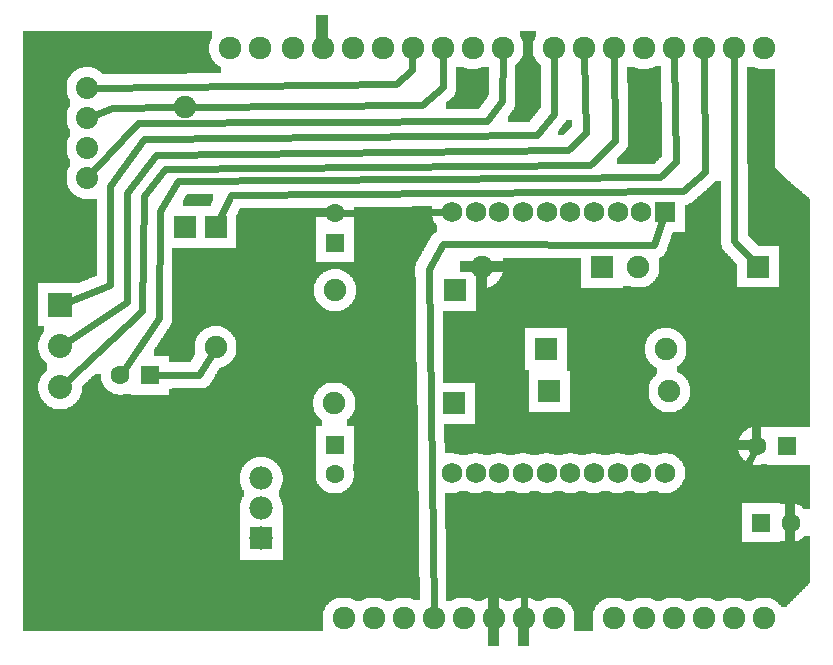
<source format=gtl>
G04 MADE WITH FRITZING*
G04 WWW.FRITZING.ORG*
G04 DOUBLE SIDED*
G04 HOLES PLATED*
G04 CONTOUR ON CENTER OF CONTOUR VECTOR*
%ASAXBY*%
%FSLAX23Y23*%
%MOIN*%
%OFA0B0*%
%SFA1.0B1.0*%
%ADD10C,0.075000*%
%ADD11C,0.075833*%
%ADD12C,0.068000*%
%ADD13C,0.062992*%
%ADD14C,0.073889*%
%ADD15C,0.078000*%
%ADD16C,0.080000*%
%ADD17R,0.068000X0.068000*%
%ADD18R,0.075000X0.075000*%
%ADD19R,0.062992X0.062992*%
%ADD20R,0.078000X0.078000*%
%ADD21R,0.080000X0.080000*%
%ADD22C,0.024000*%
%ADD23R,0.001000X0.001000*%
%LNCOPPER1*%
G90*
G70*
G54D10*
X130Y1990D03*
X1545Y1862D03*
X2121Y1847D03*
X2530Y1531D03*
G54D11*
X742Y1992D03*
X842Y1992D03*
X949Y1992D03*
X1049Y1992D03*
X1149Y1992D03*
X1249Y1992D03*
X1349Y1992D03*
X1449Y1992D03*
X1549Y1992D03*
X1649Y1992D03*
X1819Y1992D03*
X1919Y1992D03*
X2019Y1992D03*
X2119Y1992D03*
X2219Y1992D03*
X2319Y1992D03*
X2419Y1992D03*
X2519Y1992D03*
X1119Y92D03*
X1219Y92D03*
X1319Y92D03*
X1419Y92D03*
X1519Y92D03*
X1619Y92D03*
X1719Y92D03*
X1819Y92D03*
X2019Y92D03*
X2119Y92D03*
X2219Y92D03*
X2319Y92D03*
X2419Y92D03*
X2519Y92D03*
G54D12*
X2191Y1446D03*
X2112Y1446D03*
X2033Y1446D03*
X1954Y1446D03*
X1875Y1446D03*
X1796Y1446D03*
X1717Y1446D03*
X1638Y1446D03*
X1559Y1446D03*
X1480Y1446D03*
X1480Y576D03*
X1559Y576D03*
X1638Y576D03*
X1717Y576D03*
X1796Y576D03*
X1875Y576D03*
X1954Y576D03*
X2033Y576D03*
X2112Y576D03*
X2191Y576D03*
G54D10*
X1794Y990D03*
X2194Y990D03*
X1488Y809D03*
X1088Y809D03*
X1491Y1186D03*
X1091Y1186D03*
X693Y1396D03*
X693Y996D03*
X1805Y849D03*
X2205Y849D03*
G54D13*
X2596Y667D03*
X2498Y667D03*
X1090Y671D03*
X1090Y572D03*
X473Y902D03*
X375Y902D03*
G54D14*
X264Y1560D03*
X264Y1660D03*
X264Y1760D03*
X264Y1860D03*
G54D10*
X589Y1397D03*
X589Y1797D03*
X2502Y1264D03*
X2102Y1264D03*
X1981Y1262D03*
X1581Y1262D03*
G54D13*
X2511Y411D03*
X2610Y411D03*
X1091Y1344D03*
X1091Y1443D03*
G54D15*
X844Y358D03*
X844Y458D03*
X844Y558D03*
G54D16*
X175Y1137D03*
X175Y999D03*
X175Y862D03*
G54D17*
X2191Y1446D03*
G54D18*
X1794Y990D03*
X1488Y809D03*
X1491Y1186D03*
X693Y1396D03*
X1805Y849D03*
G54D19*
X2596Y667D03*
X1090Y671D03*
X473Y902D03*
G54D18*
X589Y1397D03*
X2502Y1264D03*
X1981Y1262D03*
G54D19*
X2511Y411D03*
X1091Y1344D03*
G54D20*
X844Y358D03*
G54D21*
X175Y1137D03*
G54D22*
X2487Y647D02*
X2412Y496D01*
D02*
X1790Y496D02*
X1714Y422D01*
D02*
X1714Y422D02*
X1719Y117D01*
D02*
X2153Y1336D02*
X1450Y1338D01*
D02*
X2183Y1425D02*
X2153Y1336D01*
D02*
X1450Y1338D02*
X1403Y1255D01*
D02*
X1403Y1255D02*
X1419Y117D01*
D02*
X1456Y1446D02*
X1114Y1443D01*
D02*
X2324Y1580D02*
X2251Y1515D01*
D02*
X2319Y1968D02*
X2324Y1580D01*
D02*
X2220Y1968D02*
X2228Y1613D01*
D02*
X680Y974D02*
X638Y903D01*
D02*
X638Y903D02*
X496Y902D01*
D02*
X1347Y1919D02*
X1348Y1968D01*
D02*
X290Y1860D02*
X1295Y1873D01*
D02*
X1295Y1873D02*
X1347Y1919D01*
D02*
X1451Y1864D02*
X1379Y1804D01*
D02*
X1449Y1968D02*
X1451Y1864D01*
D02*
X433Y1742D02*
X282Y1579D01*
D02*
X1649Y1968D02*
X1648Y1817D01*
D02*
X1648Y1817D02*
X1597Y1748D01*
D02*
X564Y1796D02*
X348Y1793D01*
D02*
X1764Y1704D02*
X455Y1691D01*
D02*
X1819Y1773D02*
X1764Y1704D01*
D02*
X1819Y1968D02*
X1819Y1773D01*
D02*
X342Y1202D02*
X199Y1147D01*
D02*
X455Y1691D02*
X342Y1533D01*
D02*
X447Y1116D02*
X194Y879D01*
D02*
X524Y1591D02*
X455Y1500D01*
D02*
X2024Y1684D02*
X1942Y1602D01*
D02*
X2019Y1968D02*
X2024Y1684D01*
D02*
X1868Y1653D02*
X493Y1637D01*
D02*
X397Y1147D02*
X196Y1014D01*
D02*
X493Y1637D02*
X397Y1511D01*
D02*
X1926Y1711D02*
X1868Y1653D01*
D02*
X1920Y1968D02*
X1926Y1711D01*
D02*
X1379Y1804D02*
X614Y1797D01*
D02*
X568Y1548D02*
X506Y1450D01*
D02*
X506Y1450D02*
X503Y1094D01*
D02*
X503Y1094D02*
X388Y921D01*
D02*
X2175Y1562D02*
X568Y1548D01*
D02*
X2228Y1613D02*
X2175Y1562D01*
D02*
X397Y1511D02*
X397Y1147D01*
D02*
X455Y1500D02*
X447Y1116D01*
D02*
X348Y1793D02*
X289Y1770D01*
D02*
X342Y1533D02*
X342Y1202D01*
D02*
X1597Y1748D02*
X433Y1742D01*
D02*
X1942Y1602D02*
X524Y1591D01*
D02*
X744Y1504D02*
X703Y1418D01*
D02*
X2251Y1515D02*
X744Y1504D01*
D02*
X2485Y1282D02*
X2422Y1350D01*
D02*
X2422Y1350D02*
X2419Y1968D01*
D02*
X2412Y496D02*
X1790Y496D01*
G36*
X52Y2049D02*
X52Y1929D01*
X280Y1929D01*
X280Y1927D01*
X286Y1927D01*
X286Y1925D01*
X292Y1925D01*
X292Y1923D01*
X296Y1923D01*
X296Y1921D01*
X300Y1921D01*
X300Y1919D01*
X302Y1919D01*
X302Y1917D01*
X306Y1917D01*
X306Y1915D01*
X308Y1915D01*
X308Y1913D01*
X310Y1913D01*
X310Y1911D01*
X312Y1911D01*
X312Y1909D01*
X314Y1909D01*
X314Y1907D01*
X316Y1907D01*
X316Y1905D01*
X436Y1905D01*
X436Y1907D01*
X598Y1907D01*
X598Y1909D01*
X712Y1909D01*
X712Y1929D01*
X708Y1929D01*
X708Y1931D01*
X706Y1931D01*
X706Y1933D01*
X702Y1933D01*
X702Y1935D01*
X700Y1935D01*
X700Y1937D01*
X698Y1937D01*
X698Y1939D01*
X694Y1939D01*
X694Y1941D01*
X692Y1941D01*
X692Y1943D01*
X690Y1943D01*
X690Y1945D01*
X688Y1945D01*
X688Y1949D01*
X686Y1949D01*
X686Y1951D01*
X684Y1951D01*
X684Y1953D01*
X682Y1953D01*
X682Y1957D01*
X680Y1957D01*
X680Y1961D01*
X678Y1961D01*
X678Y1965D01*
X676Y1965D01*
X676Y1969D01*
X674Y1969D01*
X674Y1977D01*
X672Y1977D01*
X672Y2007D01*
X674Y2007D01*
X674Y2015D01*
X676Y2015D01*
X676Y2019D01*
X678Y2019D01*
X678Y2023D01*
X680Y2023D01*
X680Y2027D01*
X682Y2027D01*
X682Y2049D01*
X52Y2049D01*
G37*
D02*
G36*
X52Y1929D02*
X52Y789D01*
X160Y789D01*
X160Y791D01*
X152Y791D01*
X152Y793D01*
X146Y793D01*
X146Y795D01*
X142Y795D01*
X142Y797D01*
X138Y797D01*
X138Y799D01*
X136Y799D01*
X136Y801D01*
X132Y801D01*
X132Y803D01*
X130Y803D01*
X130Y805D01*
X128Y805D01*
X128Y807D01*
X126Y807D01*
X126Y809D01*
X124Y809D01*
X124Y811D01*
X122Y811D01*
X122Y813D01*
X120Y813D01*
X120Y815D01*
X118Y815D01*
X118Y817D01*
X116Y817D01*
X116Y819D01*
X114Y819D01*
X114Y823D01*
X112Y823D01*
X112Y827D01*
X110Y827D01*
X110Y829D01*
X108Y829D01*
X108Y835D01*
X106Y835D01*
X106Y839D01*
X104Y839D01*
X104Y849D01*
X102Y849D01*
X102Y875D01*
X104Y875D01*
X104Y883D01*
X106Y883D01*
X106Y889D01*
X108Y889D01*
X108Y893D01*
X110Y893D01*
X110Y897D01*
X112Y897D01*
X112Y899D01*
X114Y899D01*
X114Y903D01*
X116Y903D01*
X116Y905D01*
X118Y905D01*
X118Y907D01*
X120Y907D01*
X120Y909D01*
X122Y909D01*
X122Y911D01*
X124Y911D01*
X124Y913D01*
X126Y913D01*
X126Y915D01*
X128Y915D01*
X128Y917D01*
X130Y917D01*
X130Y919D01*
X132Y919D01*
X132Y941D01*
X130Y941D01*
X130Y943D01*
X128Y943D01*
X128Y945D01*
X126Y945D01*
X126Y947D01*
X124Y947D01*
X124Y949D01*
X122Y949D01*
X122Y951D01*
X120Y951D01*
X120Y953D01*
X118Y953D01*
X118Y955D01*
X116Y955D01*
X116Y957D01*
X114Y957D01*
X114Y961D01*
X112Y961D01*
X112Y963D01*
X110Y963D01*
X110Y967D01*
X108Y967D01*
X108Y971D01*
X106Y971D01*
X106Y977D01*
X104Y977D01*
X104Y987D01*
X102Y987D01*
X102Y1013D01*
X104Y1013D01*
X104Y1021D01*
X106Y1021D01*
X106Y1027D01*
X108Y1027D01*
X108Y1031D01*
X110Y1031D01*
X110Y1035D01*
X112Y1035D01*
X112Y1037D01*
X114Y1037D01*
X114Y1041D01*
X116Y1041D01*
X116Y1043D01*
X118Y1043D01*
X118Y1045D01*
X120Y1045D01*
X120Y1065D01*
X102Y1065D01*
X102Y1209D01*
X236Y1209D01*
X236Y1211D01*
X240Y1211D01*
X240Y1213D01*
X246Y1213D01*
X246Y1215D01*
X250Y1215D01*
X250Y1217D01*
X256Y1217D01*
X256Y1219D01*
X262Y1219D01*
X262Y1221D01*
X266Y1221D01*
X266Y1223D01*
X272Y1223D01*
X272Y1225D01*
X276Y1225D01*
X276Y1227D01*
X282Y1227D01*
X282Y1229D01*
X286Y1229D01*
X286Y1231D01*
X292Y1231D01*
X292Y1233D01*
X298Y1233D01*
X298Y1491D01*
X248Y1491D01*
X248Y1493D01*
X240Y1493D01*
X240Y1495D01*
X236Y1495D01*
X236Y1497D01*
X232Y1497D01*
X232Y1499D01*
X228Y1499D01*
X228Y1501D01*
X226Y1501D01*
X226Y1503D01*
X222Y1503D01*
X222Y1505D01*
X220Y1505D01*
X220Y1507D01*
X218Y1507D01*
X218Y1509D01*
X216Y1509D01*
X216Y1511D01*
X214Y1511D01*
X214Y1513D01*
X212Y1513D01*
X212Y1515D01*
X210Y1515D01*
X210Y1517D01*
X208Y1517D01*
X208Y1521D01*
X206Y1521D01*
X206Y1523D01*
X204Y1523D01*
X204Y1527D01*
X202Y1527D01*
X202Y1531D01*
X200Y1531D01*
X200Y1535D01*
X198Y1535D01*
X198Y1541D01*
X196Y1541D01*
X196Y1579D01*
X198Y1579D01*
X198Y1585D01*
X200Y1585D01*
X200Y1589D01*
X202Y1589D01*
X202Y1593D01*
X204Y1593D01*
X204Y1597D01*
X206Y1597D01*
X206Y1599D01*
X208Y1599D01*
X208Y1621D01*
X206Y1621D01*
X206Y1623D01*
X204Y1623D01*
X204Y1627D01*
X202Y1627D01*
X202Y1631D01*
X200Y1631D01*
X200Y1635D01*
X198Y1635D01*
X198Y1641D01*
X196Y1641D01*
X196Y1679D01*
X198Y1679D01*
X198Y1685D01*
X200Y1685D01*
X200Y1689D01*
X202Y1689D01*
X202Y1693D01*
X204Y1693D01*
X204Y1697D01*
X206Y1697D01*
X206Y1699D01*
X208Y1699D01*
X208Y1721D01*
X206Y1721D01*
X206Y1723D01*
X204Y1723D01*
X204Y1727D01*
X202Y1727D01*
X202Y1731D01*
X200Y1731D01*
X200Y1735D01*
X198Y1735D01*
X198Y1741D01*
X196Y1741D01*
X196Y1779D01*
X198Y1779D01*
X198Y1785D01*
X200Y1785D01*
X200Y1789D01*
X202Y1789D01*
X202Y1793D01*
X204Y1793D01*
X204Y1797D01*
X206Y1797D01*
X206Y1799D01*
X208Y1799D01*
X208Y1821D01*
X206Y1821D01*
X206Y1823D01*
X204Y1823D01*
X204Y1827D01*
X202Y1827D01*
X202Y1831D01*
X200Y1831D01*
X200Y1835D01*
X198Y1835D01*
X198Y1841D01*
X196Y1841D01*
X196Y1879D01*
X198Y1879D01*
X198Y1885D01*
X200Y1885D01*
X200Y1889D01*
X202Y1889D01*
X202Y1893D01*
X204Y1893D01*
X204Y1897D01*
X206Y1897D01*
X206Y1899D01*
X208Y1899D01*
X208Y1901D01*
X210Y1901D01*
X210Y1905D01*
X212Y1905D01*
X212Y1907D01*
X214Y1907D01*
X214Y1909D01*
X216Y1909D01*
X216Y1911D01*
X218Y1911D01*
X218Y1913D01*
X220Y1913D01*
X220Y1915D01*
X224Y1915D01*
X224Y1917D01*
X226Y1917D01*
X226Y1919D01*
X230Y1919D01*
X230Y1921D01*
X232Y1921D01*
X232Y1923D01*
X236Y1923D01*
X236Y1925D01*
X242Y1925D01*
X242Y1927D01*
X250Y1927D01*
X250Y1929D01*
X52Y1929D01*
G37*
D02*
G36*
X1348Y1465D02*
X1348Y1463D01*
X1154Y1463D01*
X1154Y1281D01*
X1364Y1281D01*
X1364Y1283D01*
X1366Y1283D01*
X1366Y1287D01*
X1368Y1287D01*
X1368Y1289D01*
X1370Y1289D01*
X1370Y1293D01*
X1372Y1293D01*
X1372Y1297D01*
X1374Y1297D01*
X1374Y1301D01*
X1376Y1301D01*
X1376Y1303D01*
X1378Y1303D01*
X1378Y1307D01*
X1380Y1307D01*
X1380Y1311D01*
X1382Y1311D01*
X1382Y1315D01*
X1384Y1315D01*
X1384Y1317D01*
X1386Y1317D01*
X1386Y1321D01*
X1388Y1321D01*
X1388Y1325D01*
X1390Y1325D01*
X1390Y1329D01*
X1392Y1329D01*
X1392Y1331D01*
X1394Y1331D01*
X1394Y1335D01*
X1396Y1335D01*
X1396Y1339D01*
X1398Y1339D01*
X1398Y1343D01*
X1400Y1343D01*
X1400Y1347D01*
X1402Y1347D01*
X1402Y1349D01*
X1404Y1349D01*
X1404Y1353D01*
X1406Y1353D01*
X1406Y1357D01*
X1408Y1357D01*
X1408Y1361D01*
X1410Y1361D01*
X1410Y1363D01*
X1412Y1363D01*
X1412Y1367D01*
X1414Y1367D01*
X1414Y1369D01*
X1416Y1369D01*
X1416Y1371D01*
X1418Y1371D01*
X1418Y1373D01*
X1420Y1373D01*
X1420Y1375D01*
X1422Y1375D01*
X1422Y1377D01*
X1426Y1377D01*
X1426Y1379D01*
X1430Y1379D01*
X1430Y1381D01*
X1432Y1381D01*
X1432Y1401D01*
X1430Y1401D01*
X1430Y1403D01*
X1428Y1403D01*
X1428Y1405D01*
X1426Y1405D01*
X1426Y1409D01*
X1424Y1409D01*
X1424Y1411D01*
X1422Y1411D01*
X1422Y1415D01*
X1420Y1415D01*
X1420Y1417D01*
X1418Y1417D01*
X1418Y1423D01*
X1416Y1423D01*
X1416Y1429D01*
X1414Y1429D01*
X1414Y1465D01*
X1348Y1465D01*
G37*
D02*
G36*
X806Y1461D02*
X806Y1459D01*
X774Y1459D01*
X774Y1457D01*
X772Y1457D01*
X772Y1453D01*
X770Y1453D01*
X770Y1449D01*
X768Y1449D01*
X768Y1445D01*
X766Y1445D01*
X766Y1439D01*
X764Y1439D01*
X764Y1435D01*
X762Y1435D01*
X762Y1325D01*
X1028Y1325D01*
X1028Y1461D01*
X806Y1461D01*
G37*
D02*
G36*
X548Y1327D02*
X548Y1325D01*
X624Y1325D01*
X624Y1327D01*
X548Y1327D01*
G37*
D02*
G36*
X548Y1325D02*
X548Y1323D01*
X1028Y1323D01*
X1028Y1325D01*
X548Y1325D01*
G37*
D02*
G36*
X548Y1325D02*
X548Y1323D01*
X1028Y1323D01*
X1028Y1325D01*
X548Y1325D01*
G37*
D02*
G36*
X548Y1323D02*
X548Y1281D01*
X1028Y1281D01*
X1028Y1323D01*
X548Y1323D01*
G37*
D02*
G36*
X548Y1281D02*
X548Y1279D01*
X1364Y1279D01*
X1364Y1281D01*
X548Y1281D01*
G37*
D02*
G36*
X548Y1281D02*
X548Y1279D01*
X1364Y1279D01*
X1364Y1281D01*
X548Y1281D01*
G37*
D02*
G36*
X548Y1279D02*
X548Y1255D01*
X1106Y1255D01*
X1106Y1253D01*
X1114Y1253D01*
X1114Y1251D01*
X1118Y1251D01*
X1118Y1249D01*
X1122Y1249D01*
X1122Y1247D01*
X1126Y1247D01*
X1126Y1245D01*
X1128Y1245D01*
X1128Y1243D01*
X1132Y1243D01*
X1132Y1241D01*
X1134Y1241D01*
X1134Y1239D01*
X1136Y1239D01*
X1136Y1237D01*
X1138Y1237D01*
X1138Y1235D01*
X1140Y1235D01*
X1140Y1233D01*
X1142Y1233D01*
X1142Y1231D01*
X1144Y1231D01*
X1144Y1229D01*
X1146Y1229D01*
X1146Y1227D01*
X1148Y1227D01*
X1148Y1225D01*
X1150Y1225D01*
X1150Y1221D01*
X1152Y1221D01*
X1152Y1217D01*
X1154Y1217D01*
X1154Y1213D01*
X1156Y1213D01*
X1156Y1209D01*
X1158Y1209D01*
X1158Y1203D01*
X1160Y1203D01*
X1160Y1169D01*
X1158Y1169D01*
X1158Y1161D01*
X1156Y1161D01*
X1156Y1157D01*
X1154Y1157D01*
X1154Y1153D01*
X1152Y1153D01*
X1152Y1149D01*
X1150Y1149D01*
X1150Y1147D01*
X1148Y1147D01*
X1148Y1143D01*
X1146Y1143D01*
X1146Y1141D01*
X1144Y1141D01*
X1144Y1139D01*
X1142Y1139D01*
X1142Y1137D01*
X1140Y1137D01*
X1140Y1135D01*
X1138Y1135D01*
X1138Y1133D01*
X1136Y1133D01*
X1136Y1131D01*
X1134Y1131D01*
X1134Y1129D01*
X1130Y1129D01*
X1130Y1127D01*
X1128Y1127D01*
X1128Y1125D01*
X1124Y1125D01*
X1124Y1123D01*
X1122Y1123D01*
X1122Y1121D01*
X1116Y1121D01*
X1116Y1119D01*
X1112Y1119D01*
X1112Y1117D01*
X1102Y1117D01*
X1102Y1115D01*
X1360Y1115D01*
X1360Y1231D01*
X1358Y1231D01*
X1358Y1267D01*
X1360Y1267D01*
X1360Y1275D01*
X1362Y1275D01*
X1362Y1279D01*
X548Y1279D01*
G37*
D02*
G36*
X548Y1255D02*
X548Y1119D01*
X546Y1119D01*
X546Y1115D01*
X1080Y1115D01*
X1080Y1117D01*
X1070Y1117D01*
X1070Y1119D01*
X1064Y1119D01*
X1064Y1121D01*
X1060Y1121D01*
X1060Y1123D01*
X1056Y1123D01*
X1056Y1125D01*
X1054Y1125D01*
X1054Y1127D01*
X1050Y1127D01*
X1050Y1129D01*
X1048Y1129D01*
X1048Y1131D01*
X1046Y1131D01*
X1046Y1133D01*
X1044Y1133D01*
X1044Y1135D01*
X1042Y1135D01*
X1042Y1137D01*
X1040Y1137D01*
X1040Y1139D01*
X1038Y1139D01*
X1038Y1141D01*
X1036Y1141D01*
X1036Y1143D01*
X1034Y1143D01*
X1034Y1145D01*
X1032Y1145D01*
X1032Y1149D01*
X1030Y1149D01*
X1030Y1151D01*
X1028Y1151D01*
X1028Y1155D01*
X1026Y1155D01*
X1026Y1161D01*
X1024Y1161D01*
X1024Y1165D01*
X1022Y1165D01*
X1022Y1205D01*
X1024Y1205D01*
X1024Y1211D01*
X1026Y1211D01*
X1026Y1215D01*
X1028Y1215D01*
X1028Y1219D01*
X1030Y1219D01*
X1030Y1221D01*
X1032Y1221D01*
X1032Y1225D01*
X1034Y1225D01*
X1034Y1227D01*
X1036Y1227D01*
X1036Y1229D01*
X1038Y1229D01*
X1038Y1233D01*
X1040Y1233D01*
X1040Y1235D01*
X1042Y1235D01*
X1042Y1237D01*
X1044Y1237D01*
X1044Y1239D01*
X1048Y1239D01*
X1048Y1241D01*
X1050Y1241D01*
X1050Y1243D01*
X1052Y1243D01*
X1052Y1245D01*
X1056Y1245D01*
X1056Y1247D01*
X1060Y1247D01*
X1060Y1249D01*
X1064Y1249D01*
X1064Y1251D01*
X1068Y1251D01*
X1068Y1253D01*
X1076Y1253D01*
X1076Y1255D01*
X548Y1255D01*
G37*
D02*
G36*
X546Y1115D02*
X546Y1113D01*
X1360Y1113D01*
X1360Y1115D01*
X546Y1115D01*
G37*
D02*
G36*
X546Y1115D02*
X546Y1113D01*
X1360Y1113D01*
X1360Y1115D01*
X546Y1115D01*
G37*
D02*
G36*
X546Y1113D02*
X546Y1075D01*
X544Y1075D01*
X544Y1071D01*
X542Y1071D01*
X542Y1067D01*
X540Y1067D01*
X540Y1065D01*
X710Y1065D01*
X710Y1063D01*
X716Y1063D01*
X716Y1061D01*
X720Y1061D01*
X720Y1059D01*
X724Y1059D01*
X724Y1057D01*
X728Y1057D01*
X728Y1055D01*
X732Y1055D01*
X732Y1053D01*
X734Y1053D01*
X734Y1051D01*
X736Y1051D01*
X736Y1049D01*
X738Y1049D01*
X738Y1047D01*
X742Y1047D01*
X742Y1045D01*
X744Y1045D01*
X744Y1041D01*
X746Y1041D01*
X746Y1039D01*
X748Y1039D01*
X748Y1037D01*
X750Y1037D01*
X750Y1035D01*
X752Y1035D01*
X752Y1031D01*
X754Y1031D01*
X754Y1029D01*
X756Y1029D01*
X756Y1025D01*
X758Y1025D01*
X758Y1019D01*
X760Y1019D01*
X760Y1013D01*
X762Y1013D01*
X762Y979D01*
X760Y979D01*
X760Y971D01*
X758Y971D01*
X758Y967D01*
X756Y967D01*
X756Y963D01*
X754Y963D01*
X754Y959D01*
X752Y959D01*
X752Y957D01*
X750Y957D01*
X750Y953D01*
X748Y953D01*
X748Y951D01*
X746Y951D01*
X746Y949D01*
X744Y949D01*
X744Y947D01*
X742Y947D01*
X742Y945D01*
X740Y945D01*
X740Y943D01*
X738Y943D01*
X738Y941D01*
X736Y941D01*
X736Y939D01*
X732Y939D01*
X732Y937D01*
X730Y937D01*
X730Y935D01*
X726Y935D01*
X726Y933D01*
X722Y933D01*
X722Y931D01*
X718Y931D01*
X718Y929D01*
X712Y929D01*
X712Y927D01*
X706Y927D01*
X706Y925D01*
X704Y925D01*
X704Y921D01*
X702Y921D01*
X702Y917D01*
X700Y917D01*
X700Y915D01*
X698Y915D01*
X698Y911D01*
X696Y911D01*
X696Y907D01*
X694Y907D01*
X694Y905D01*
X692Y905D01*
X692Y901D01*
X690Y901D01*
X690Y897D01*
X688Y897D01*
X688Y895D01*
X686Y895D01*
X686Y891D01*
X684Y891D01*
X684Y887D01*
X682Y887D01*
X682Y885D01*
X680Y885D01*
X680Y881D01*
X678Y881D01*
X678Y877D01*
X1108Y877D01*
X1108Y875D01*
X1114Y875D01*
X1114Y873D01*
X1118Y873D01*
X1118Y871D01*
X1122Y871D01*
X1122Y869D01*
X1124Y869D01*
X1124Y867D01*
X1128Y867D01*
X1128Y865D01*
X1130Y865D01*
X1130Y863D01*
X1132Y863D01*
X1132Y861D01*
X1136Y861D01*
X1136Y859D01*
X1138Y859D01*
X1138Y857D01*
X1140Y857D01*
X1140Y853D01*
X1142Y853D01*
X1142Y851D01*
X1144Y851D01*
X1144Y849D01*
X1146Y849D01*
X1146Y847D01*
X1148Y847D01*
X1148Y843D01*
X1150Y843D01*
X1150Y839D01*
X1152Y839D01*
X1152Y835D01*
X1154Y835D01*
X1154Y829D01*
X1156Y829D01*
X1156Y821D01*
X1158Y821D01*
X1158Y795D01*
X1156Y795D01*
X1156Y787D01*
X1154Y787D01*
X1154Y781D01*
X1152Y781D01*
X1152Y777D01*
X1150Y777D01*
X1150Y773D01*
X1148Y773D01*
X1148Y771D01*
X1146Y771D01*
X1146Y767D01*
X1144Y767D01*
X1144Y765D01*
X1142Y765D01*
X1142Y763D01*
X1140Y763D01*
X1140Y761D01*
X1138Y761D01*
X1138Y759D01*
X1136Y759D01*
X1136Y757D01*
X1134Y757D01*
X1134Y755D01*
X1132Y755D01*
X1132Y753D01*
X1130Y753D01*
X1130Y733D01*
X1154Y733D01*
X1154Y607D01*
X1152Y607D01*
X1152Y583D01*
X1154Y583D01*
X1154Y561D01*
X1152Y561D01*
X1152Y551D01*
X1150Y551D01*
X1150Y547D01*
X1148Y547D01*
X1148Y543D01*
X1146Y543D01*
X1146Y539D01*
X1144Y539D01*
X1144Y535D01*
X1142Y535D01*
X1142Y533D01*
X1140Y533D01*
X1140Y531D01*
X1138Y531D01*
X1138Y529D01*
X1136Y529D01*
X1136Y527D01*
X1134Y527D01*
X1134Y525D01*
X1132Y525D01*
X1132Y523D01*
X1130Y523D01*
X1130Y521D01*
X1128Y521D01*
X1128Y519D01*
X1124Y519D01*
X1124Y517D01*
X1122Y517D01*
X1122Y515D01*
X1118Y515D01*
X1118Y513D01*
X1114Y513D01*
X1114Y511D01*
X1108Y511D01*
X1108Y509D01*
X1370Y509D01*
X1370Y517D01*
X1368Y517D01*
X1368Y659D01*
X1366Y659D01*
X1366Y803D01*
X1364Y803D01*
X1364Y945D01*
X1362Y945D01*
X1362Y1089D01*
X1360Y1089D01*
X1360Y1113D01*
X546Y1113D01*
G37*
D02*
G36*
X540Y1065D02*
X540Y1063D01*
X538Y1063D01*
X538Y1061D01*
X536Y1061D01*
X536Y1057D01*
X534Y1057D01*
X534Y1055D01*
X532Y1055D01*
X532Y1051D01*
X530Y1051D01*
X530Y1049D01*
X528Y1049D01*
X528Y1045D01*
X526Y1045D01*
X526Y1043D01*
X524Y1043D01*
X524Y1039D01*
X522Y1039D01*
X522Y1037D01*
X520Y1037D01*
X520Y1033D01*
X518Y1033D01*
X518Y1031D01*
X516Y1031D01*
X516Y1027D01*
X514Y1027D01*
X514Y1025D01*
X512Y1025D01*
X512Y1021D01*
X510Y1021D01*
X510Y1019D01*
X508Y1019D01*
X508Y1015D01*
X506Y1015D01*
X506Y1013D01*
X504Y1013D01*
X504Y1009D01*
X502Y1009D01*
X502Y1007D01*
X500Y1007D01*
X500Y1003D01*
X498Y1003D01*
X498Y1001D01*
X496Y1001D01*
X496Y997D01*
X494Y997D01*
X494Y995D01*
X492Y995D01*
X492Y991D01*
X490Y991D01*
X490Y989D01*
X488Y989D01*
X488Y985D01*
X486Y985D01*
X486Y965D01*
X536Y965D01*
X536Y947D01*
X610Y947D01*
X610Y949D01*
X612Y949D01*
X612Y953D01*
X614Y953D01*
X614Y955D01*
X616Y955D01*
X616Y959D01*
X618Y959D01*
X618Y963D01*
X620Y963D01*
X620Y965D01*
X622Y965D01*
X622Y969D01*
X624Y969D01*
X624Y1015D01*
X626Y1015D01*
X626Y1021D01*
X628Y1021D01*
X628Y1025D01*
X630Y1025D01*
X630Y1029D01*
X632Y1029D01*
X632Y1033D01*
X634Y1033D01*
X634Y1035D01*
X636Y1035D01*
X636Y1037D01*
X638Y1037D01*
X638Y1041D01*
X640Y1041D01*
X640Y1043D01*
X642Y1043D01*
X642Y1045D01*
X644Y1045D01*
X644Y1047D01*
X646Y1047D01*
X646Y1049D01*
X650Y1049D01*
X650Y1051D01*
X652Y1051D01*
X652Y1053D01*
X654Y1053D01*
X654Y1055D01*
X658Y1055D01*
X658Y1057D01*
X660Y1057D01*
X660Y1059D01*
X664Y1059D01*
X664Y1061D01*
X670Y1061D01*
X670Y1063D01*
X676Y1063D01*
X676Y1065D01*
X540Y1065D01*
G37*
D02*
G36*
X292Y907D02*
X292Y905D01*
X290Y905D01*
X290Y903D01*
X286Y903D01*
X286Y901D01*
X284Y901D01*
X284Y899D01*
X282Y899D01*
X282Y897D01*
X280Y897D01*
X280Y895D01*
X278Y895D01*
X278Y893D01*
X276Y893D01*
X276Y891D01*
X274Y891D01*
X274Y889D01*
X272Y889D01*
X272Y887D01*
X270Y887D01*
X270Y885D01*
X268Y885D01*
X268Y883D01*
X266Y883D01*
X266Y881D01*
X264Y881D01*
X264Y879D01*
X262Y879D01*
X262Y877D01*
X260Y877D01*
X260Y875D01*
X256Y875D01*
X256Y873D01*
X254Y873D01*
X254Y871D01*
X252Y871D01*
X252Y869D01*
X250Y869D01*
X250Y867D01*
X248Y867D01*
X248Y865D01*
X246Y865D01*
X246Y843D01*
X244Y843D01*
X244Y837D01*
X366Y837D01*
X366Y839D01*
X356Y839D01*
X356Y841D01*
X350Y841D01*
X350Y843D01*
X346Y843D01*
X346Y845D01*
X342Y845D01*
X342Y847D01*
X340Y847D01*
X340Y849D01*
X336Y849D01*
X336Y851D01*
X334Y851D01*
X334Y853D01*
X332Y853D01*
X332Y855D01*
X330Y855D01*
X330Y857D01*
X328Y857D01*
X328Y859D01*
X326Y859D01*
X326Y861D01*
X324Y861D01*
X324Y863D01*
X322Y863D01*
X322Y867D01*
X320Y867D01*
X320Y869D01*
X318Y869D01*
X318Y873D01*
X316Y873D01*
X316Y877D01*
X314Y877D01*
X314Y883D01*
X312Y883D01*
X312Y907D01*
X292Y907D01*
G37*
D02*
G36*
X676Y877D02*
X676Y875D01*
X674Y875D01*
X674Y871D01*
X672Y871D01*
X672Y869D01*
X670Y869D01*
X670Y867D01*
X666Y867D01*
X666Y865D01*
X664Y865D01*
X664Y863D01*
X660Y863D01*
X660Y861D01*
X654Y861D01*
X654Y859D01*
X548Y859D01*
X548Y857D01*
X536Y857D01*
X536Y837D01*
X1024Y837D01*
X1024Y839D01*
X1026Y839D01*
X1026Y843D01*
X1028Y843D01*
X1028Y847D01*
X1030Y847D01*
X1030Y849D01*
X1032Y849D01*
X1032Y851D01*
X1034Y851D01*
X1034Y855D01*
X1036Y855D01*
X1036Y857D01*
X1038Y857D01*
X1038Y859D01*
X1040Y859D01*
X1040Y861D01*
X1044Y861D01*
X1044Y863D01*
X1046Y863D01*
X1046Y865D01*
X1048Y865D01*
X1048Y867D01*
X1050Y867D01*
X1050Y869D01*
X1054Y869D01*
X1054Y871D01*
X1058Y871D01*
X1058Y873D01*
X1062Y873D01*
X1062Y875D01*
X1068Y875D01*
X1068Y877D01*
X676Y877D01*
G37*
D02*
G36*
X384Y839D02*
X384Y837D01*
X410Y837D01*
X410Y839D01*
X384Y839D01*
G37*
D02*
G36*
X242Y837D02*
X242Y835D01*
X1024Y835D01*
X1024Y837D01*
X242Y837D01*
G37*
D02*
G36*
X242Y837D02*
X242Y835D01*
X1024Y835D01*
X1024Y837D01*
X242Y837D01*
G37*
D02*
G36*
X242Y837D02*
X242Y835D01*
X1024Y835D01*
X1024Y837D01*
X242Y837D01*
G37*
D02*
G36*
X242Y835D02*
X242Y831D01*
X240Y831D01*
X240Y827D01*
X238Y827D01*
X238Y825D01*
X236Y825D01*
X236Y821D01*
X234Y821D01*
X234Y819D01*
X232Y819D01*
X232Y815D01*
X230Y815D01*
X230Y813D01*
X228Y813D01*
X228Y811D01*
X226Y811D01*
X226Y809D01*
X224Y809D01*
X224Y807D01*
X222Y807D01*
X222Y805D01*
X218Y805D01*
X218Y803D01*
X216Y803D01*
X216Y801D01*
X214Y801D01*
X214Y799D01*
X210Y799D01*
X210Y797D01*
X206Y797D01*
X206Y795D01*
X202Y795D01*
X202Y793D01*
X198Y793D01*
X198Y791D01*
X190Y791D01*
X190Y789D01*
X1020Y789D01*
X1020Y795D01*
X1018Y795D01*
X1018Y823D01*
X1020Y823D01*
X1020Y831D01*
X1022Y831D01*
X1022Y835D01*
X242Y835D01*
G37*
D02*
G36*
X52Y789D02*
X52Y787D01*
X1020Y787D01*
X1020Y789D01*
X52Y789D01*
G37*
D02*
G36*
X52Y789D02*
X52Y787D01*
X1020Y787D01*
X1020Y789D01*
X52Y789D01*
G37*
D02*
G36*
X52Y787D02*
X52Y629D01*
X860Y629D01*
X860Y627D01*
X868Y627D01*
X868Y625D01*
X872Y625D01*
X872Y623D01*
X876Y623D01*
X876Y621D01*
X880Y621D01*
X880Y619D01*
X884Y619D01*
X884Y617D01*
X886Y617D01*
X886Y615D01*
X888Y615D01*
X888Y613D01*
X892Y613D01*
X892Y611D01*
X894Y611D01*
X894Y609D01*
X896Y609D01*
X896Y607D01*
X898Y607D01*
X898Y603D01*
X900Y603D01*
X900Y601D01*
X902Y601D01*
X902Y599D01*
X904Y599D01*
X904Y597D01*
X906Y597D01*
X906Y593D01*
X908Y593D01*
X908Y589D01*
X910Y589D01*
X910Y585D01*
X912Y585D01*
X912Y579D01*
X914Y579D01*
X914Y571D01*
X916Y571D01*
X916Y545D01*
X914Y545D01*
X914Y537D01*
X912Y537D01*
X912Y531D01*
X910Y531D01*
X910Y527D01*
X908Y527D01*
X908Y523D01*
X906Y523D01*
X906Y519D01*
X904Y519D01*
X904Y509D01*
X1072Y509D01*
X1072Y511D01*
X1066Y511D01*
X1066Y513D01*
X1062Y513D01*
X1062Y515D01*
X1058Y515D01*
X1058Y517D01*
X1054Y517D01*
X1054Y519D01*
X1052Y519D01*
X1052Y521D01*
X1050Y521D01*
X1050Y523D01*
X1048Y523D01*
X1048Y525D01*
X1046Y525D01*
X1046Y527D01*
X1044Y527D01*
X1044Y529D01*
X1042Y529D01*
X1042Y531D01*
X1040Y531D01*
X1040Y533D01*
X1038Y533D01*
X1038Y535D01*
X1036Y535D01*
X1036Y539D01*
X1034Y539D01*
X1034Y541D01*
X1032Y541D01*
X1032Y545D01*
X1030Y545D01*
X1030Y551D01*
X1028Y551D01*
X1028Y557D01*
X1026Y557D01*
X1026Y585D01*
X1028Y585D01*
X1028Y607D01*
X1026Y607D01*
X1026Y733D01*
X1046Y733D01*
X1046Y753D01*
X1044Y753D01*
X1044Y755D01*
X1042Y755D01*
X1042Y757D01*
X1040Y757D01*
X1040Y759D01*
X1038Y759D01*
X1038Y761D01*
X1036Y761D01*
X1036Y763D01*
X1034Y763D01*
X1034Y765D01*
X1032Y765D01*
X1032Y767D01*
X1030Y767D01*
X1030Y771D01*
X1028Y771D01*
X1028Y773D01*
X1026Y773D01*
X1026Y777D01*
X1024Y777D01*
X1024Y781D01*
X1022Y781D01*
X1022Y787D01*
X52Y787D01*
G37*
D02*
G36*
X52Y629D02*
X52Y287D01*
X774Y287D01*
X774Y477D01*
X776Y477D01*
X776Y483D01*
X778Y483D01*
X778Y487D01*
X780Y487D01*
X780Y491D01*
X782Y491D01*
X782Y495D01*
X784Y495D01*
X784Y497D01*
X786Y497D01*
X786Y519D01*
X784Y519D01*
X784Y521D01*
X782Y521D01*
X782Y525D01*
X780Y525D01*
X780Y529D01*
X778Y529D01*
X778Y533D01*
X776Y533D01*
X776Y539D01*
X774Y539D01*
X774Y577D01*
X776Y577D01*
X776Y583D01*
X778Y583D01*
X778Y587D01*
X780Y587D01*
X780Y591D01*
X782Y591D01*
X782Y595D01*
X784Y595D01*
X784Y597D01*
X786Y597D01*
X786Y601D01*
X788Y601D01*
X788Y603D01*
X790Y603D01*
X790Y605D01*
X792Y605D01*
X792Y607D01*
X794Y607D01*
X794Y609D01*
X796Y609D01*
X796Y611D01*
X798Y611D01*
X798Y613D01*
X800Y613D01*
X800Y615D01*
X802Y615D01*
X802Y617D01*
X806Y617D01*
X806Y619D01*
X808Y619D01*
X808Y621D01*
X812Y621D01*
X812Y623D01*
X816Y623D01*
X816Y625D01*
X820Y625D01*
X820Y627D01*
X828Y627D01*
X828Y629D01*
X52Y629D01*
G37*
D02*
G36*
X904Y509D02*
X904Y507D01*
X1370Y507D01*
X1370Y509D01*
X904Y509D01*
G37*
D02*
G36*
X904Y509D02*
X904Y507D01*
X1370Y507D01*
X1370Y509D01*
X904Y509D01*
G37*
D02*
G36*
X904Y507D02*
X904Y497D01*
X906Y497D01*
X906Y493D01*
X908Y493D01*
X908Y489D01*
X910Y489D01*
X910Y485D01*
X912Y485D01*
X912Y479D01*
X914Y479D01*
X914Y471D01*
X916Y471D01*
X916Y287D01*
X1372Y287D01*
X1372Y375D01*
X1370Y375D01*
X1370Y507D01*
X904Y507D01*
G37*
D02*
G36*
X52Y287D02*
X52Y285D01*
X1372Y285D01*
X1372Y287D01*
X52Y287D01*
G37*
D02*
G36*
X52Y287D02*
X52Y285D01*
X1372Y285D01*
X1372Y287D01*
X52Y287D01*
G37*
D02*
G36*
X52Y285D02*
X52Y161D01*
X1338Y161D01*
X1338Y159D01*
X1344Y159D01*
X1344Y157D01*
X1350Y157D01*
X1350Y155D01*
X1352Y155D01*
X1352Y153D01*
X1374Y153D01*
X1374Y231D01*
X1372Y231D01*
X1372Y285D01*
X52Y285D01*
G37*
D02*
G36*
X52Y161D02*
X52Y51D01*
X1052Y51D01*
X1052Y73D01*
X1050Y73D01*
X1050Y111D01*
X1052Y111D01*
X1052Y117D01*
X1054Y117D01*
X1054Y121D01*
X1056Y121D01*
X1056Y125D01*
X1058Y125D01*
X1058Y129D01*
X1060Y129D01*
X1060Y131D01*
X1062Y131D01*
X1062Y135D01*
X1064Y135D01*
X1064Y137D01*
X1066Y137D01*
X1066Y139D01*
X1068Y139D01*
X1068Y141D01*
X1070Y141D01*
X1070Y143D01*
X1072Y143D01*
X1072Y145D01*
X1074Y145D01*
X1074Y147D01*
X1076Y147D01*
X1076Y149D01*
X1080Y149D01*
X1080Y151D01*
X1082Y151D01*
X1082Y153D01*
X1086Y153D01*
X1086Y155D01*
X1088Y155D01*
X1088Y157D01*
X1094Y157D01*
X1094Y159D01*
X1100Y159D01*
X1100Y161D01*
X52Y161D01*
G37*
D02*
G36*
X1138Y161D02*
X1138Y159D01*
X1144Y159D01*
X1144Y157D01*
X1150Y157D01*
X1150Y155D01*
X1152Y155D01*
X1152Y153D01*
X1156Y153D01*
X1156Y151D01*
X1158Y151D01*
X1158Y149D01*
X1180Y149D01*
X1180Y151D01*
X1182Y151D01*
X1182Y153D01*
X1186Y153D01*
X1186Y155D01*
X1188Y155D01*
X1188Y157D01*
X1194Y157D01*
X1194Y159D01*
X1200Y159D01*
X1200Y161D01*
X1138Y161D01*
G37*
D02*
G36*
X1238Y161D02*
X1238Y159D01*
X1244Y159D01*
X1244Y157D01*
X1250Y157D01*
X1250Y155D01*
X1252Y155D01*
X1252Y153D01*
X1256Y153D01*
X1256Y151D01*
X1258Y151D01*
X1258Y149D01*
X1280Y149D01*
X1280Y151D01*
X1282Y151D01*
X1282Y153D01*
X1286Y153D01*
X1286Y155D01*
X1290Y155D01*
X1290Y157D01*
X1294Y157D01*
X1294Y159D01*
X1300Y159D01*
X1300Y161D01*
X1238Y161D01*
G37*
D02*
G36*
X1708Y2049D02*
X1708Y2029D01*
X1710Y2029D01*
X1710Y2025D01*
X1712Y2025D01*
X1712Y2023D01*
X1714Y2023D01*
X1714Y2017D01*
X1716Y2017D01*
X1716Y2011D01*
X1718Y2011D01*
X1718Y1973D01*
X1716Y1973D01*
X1716Y1967D01*
X1714Y1967D01*
X1714Y1961D01*
X1712Y1961D01*
X1712Y1959D01*
X1710Y1959D01*
X1710Y1955D01*
X1708Y1955D01*
X1708Y1953D01*
X1706Y1953D01*
X1706Y1949D01*
X1704Y1949D01*
X1704Y1947D01*
X1702Y1947D01*
X1702Y1945D01*
X1700Y1945D01*
X1700Y1943D01*
X1698Y1943D01*
X1698Y1941D01*
X1696Y1941D01*
X1696Y1939D01*
X1694Y1939D01*
X1694Y1937D01*
X1692Y1937D01*
X1692Y1801D01*
X1690Y1801D01*
X1690Y1795D01*
X1688Y1795D01*
X1688Y1791D01*
X1686Y1791D01*
X1686Y1787D01*
X1684Y1787D01*
X1684Y1785D01*
X1682Y1785D01*
X1682Y1783D01*
X1680Y1783D01*
X1680Y1779D01*
X1678Y1779D01*
X1678Y1777D01*
X1676Y1777D01*
X1676Y1775D01*
X1674Y1775D01*
X1674Y1771D01*
X1672Y1771D01*
X1672Y1769D01*
X1670Y1769D01*
X1670Y1767D01*
X1668Y1767D01*
X1668Y1747D01*
X1740Y1747D01*
X1740Y1749D01*
X1742Y1749D01*
X1742Y1753D01*
X1744Y1753D01*
X1744Y1755D01*
X1746Y1755D01*
X1746Y1757D01*
X1748Y1757D01*
X1748Y1759D01*
X1750Y1759D01*
X1750Y1763D01*
X1752Y1763D01*
X1752Y1765D01*
X1754Y1765D01*
X1754Y1767D01*
X1756Y1767D01*
X1756Y1769D01*
X1758Y1769D01*
X1758Y1773D01*
X1760Y1773D01*
X1760Y1775D01*
X1762Y1775D01*
X1762Y1777D01*
X1764Y1777D01*
X1764Y1779D01*
X1766Y1779D01*
X1766Y1783D01*
X1768Y1783D01*
X1768Y1785D01*
X1770Y1785D01*
X1770Y1787D01*
X1772Y1787D01*
X1772Y1789D01*
X1774Y1789D01*
X1774Y1793D01*
X1776Y1793D01*
X1776Y1937D01*
X1774Y1937D01*
X1774Y1939D01*
X1772Y1939D01*
X1772Y1941D01*
X1770Y1941D01*
X1770Y1943D01*
X1768Y1943D01*
X1768Y1945D01*
X1766Y1945D01*
X1766Y1947D01*
X1764Y1947D01*
X1764Y1949D01*
X1762Y1949D01*
X1762Y1953D01*
X1760Y1953D01*
X1760Y1955D01*
X1758Y1955D01*
X1758Y1959D01*
X1756Y1959D01*
X1756Y1963D01*
X1754Y1963D01*
X1754Y1967D01*
X1752Y1967D01*
X1752Y1973D01*
X1750Y1973D01*
X1750Y2011D01*
X1752Y2011D01*
X1752Y2017D01*
X1754Y2017D01*
X1754Y2021D01*
X1756Y2021D01*
X1756Y2025D01*
X1758Y2025D01*
X1758Y2029D01*
X1760Y2029D01*
X1760Y2049D01*
X1708Y2049D01*
G37*
D02*
G36*
X1494Y1931D02*
X1494Y1923D01*
X1530Y1923D01*
X1530Y1925D01*
X1524Y1925D01*
X1524Y1927D01*
X1520Y1927D01*
X1520Y1929D01*
X1516Y1929D01*
X1516Y1931D01*
X1494Y1931D01*
G37*
D02*
G36*
X1582Y1931D02*
X1582Y1929D01*
X1578Y1929D01*
X1578Y1927D01*
X1574Y1927D01*
X1574Y1925D01*
X1568Y1925D01*
X1568Y1923D01*
X1604Y1923D01*
X1604Y1931D01*
X1582Y1931D01*
G37*
D02*
G36*
X1494Y1923D02*
X1494Y1921D01*
X1604Y1921D01*
X1604Y1923D01*
X1494Y1923D01*
G37*
D02*
G36*
X1494Y1923D02*
X1494Y1921D01*
X1604Y1921D01*
X1604Y1923D01*
X1494Y1923D01*
G37*
D02*
G36*
X1494Y1921D02*
X1494Y1847D01*
X1492Y1847D01*
X1492Y1841D01*
X1490Y1841D01*
X1490Y1837D01*
X1488Y1837D01*
X1488Y1835D01*
X1486Y1835D01*
X1486Y1831D01*
X1484Y1831D01*
X1484Y1829D01*
X1482Y1829D01*
X1482Y1827D01*
X1478Y1827D01*
X1478Y1825D01*
X1476Y1825D01*
X1476Y1823D01*
X1474Y1823D01*
X1474Y1821D01*
X1472Y1821D01*
X1472Y1819D01*
X1470Y1819D01*
X1470Y1817D01*
X1466Y1817D01*
X1466Y1815D01*
X1464Y1815D01*
X1464Y1813D01*
X1462Y1813D01*
X1462Y1811D01*
X1460Y1811D01*
X1460Y1791D01*
X1572Y1791D01*
X1572Y1793D01*
X1574Y1793D01*
X1574Y1797D01*
X1576Y1797D01*
X1576Y1799D01*
X1578Y1799D01*
X1578Y1803D01*
X1580Y1803D01*
X1580Y1805D01*
X1582Y1805D01*
X1582Y1807D01*
X1584Y1807D01*
X1584Y1811D01*
X1586Y1811D01*
X1586Y1813D01*
X1588Y1813D01*
X1588Y1815D01*
X1590Y1815D01*
X1590Y1819D01*
X1592Y1819D01*
X1592Y1821D01*
X1594Y1821D01*
X1594Y1823D01*
X1596Y1823D01*
X1596Y1827D01*
X1598Y1827D01*
X1598Y1829D01*
X1600Y1829D01*
X1600Y1831D01*
X1602Y1831D01*
X1602Y1835D01*
X1604Y1835D01*
X1604Y1921D01*
X1494Y1921D01*
G37*
D02*
G36*
X2156Y1933D02*
X2156Y1931D01*
X2152Y1931D01*
X2152Y1929D01*
X2150Y1929D01*
X2150Y1927D01*
X2144Y1927D01*
X2144Y1925D01*
X2138Y1925D01*
X2138Y1923D01*
X2176Y1923D01*
X2176Y1933D01*
X2156Y1933D01*
G37*
D02*
G36*
X2064Y1931D02*
X2064Y1923D01*
X2100Y1923D01*
X2100Y1925D01*
X2094Y1925D01*
X2094Y1927D01*
X2090Y1927D01*
X2090Y1929D01*
X2086Y1929D01*
X2086Y1931D01*
X2064Y1931D01*
G37*
D02*
G36*
X2064Y1923D02*
X2064Y1921D01*
X2176Y1921D01*
X2176Y1923D01*
X2064Y1923D01*
G37*
D02*
G36*
X2064Y1923D02*
X2064Y1921D01*
X2176Y1921D01*
X2176Y1923D01*
X2064Y1923D01*
G37*
D02*
G36*
X2064Y1921D02*
X2064Y1875D01*
X2066Y1875D01*
X2066Y1747D01*
X2068Y1747D01*
X2068Y1669D01*
X2066Y1669D01*
X2066Y1663D01*
X2064Y1663D01*
X2064Y1659D01*
X2062Y1659D01*
X2062Y1655D01*
X2060Y1655D01*
X2060Y1653D01*
X2058Y1653D01*
X2058Y1651D01*
X2056Y1651D01*
X2056Y1649D01*
X2054Y1649D01*
X2054Y1647D01*
X2052Y1647D01*
X2052Y1645D01*
X2050Y1645D01*
X2050Y1643D01*
X2048Y1643D01*
X2048Y1641D01*
X2046Y1641D01*
X2046Y1639D01*
X2044Y1639D01*
X2044Y1637D01*
X2042Y1637D01*
X2042Y1635D01*
X2040Y1635D01*
X2040Y1633D01*
X2038Y1633D01*
X2038Y1631D01*
X2036Y1631D01*
X2036Y1629D01*
X2034Y1629D01*
X2034Y1627D01*
X2032Y1627D01*
X2032Y1625D01*
X2030Y1625D01*
X2030Y1605D01*
X2154Y1605D01*
X2154Y1607D01*
X2156Y1607D01*
X2156Y1609D01*
X2158Y1609D01*
X2158Y1611D01*
X2160Y1611D01*
X2160Y1613D01*
X2162Y1613D01*
X2162Y1615D01*
X2164Y1615D01*
X2164Y1617D01*
X2166Y1617D01*
X2166Y1619D01*
X2168Y1619D01*
X2168Y1621D01*
X2170Y1621D01*
X2170Y1623D01*
X2172Y1623D01*
X2172Y1625D01*
X2174Y1625D01*
X2174Y1627D01*
X2176Y1627D01*
X2176Y1629D01*
X2178Y1629D01*
X2178Y1631D01*
X2180Y1631D01*
X2180Y1633D01*
X2182Y1633D01*
X2182Y1725D01*
X2180Y1725D01*
X2180Y1813D01*
X2178Y1813D01*
X2178Y1899D01*
X2176Y1899D01*
X2176Y1921D01*
X2064Y1921D01*
G37*
D02*
G36*
X1860Y1753D02*
X1860Y1747D01*
X1858Y1747D01*
X1858Y1745D01*
X1856Y1745D01*
X1856Y1743D01*
X1854Y1743D01*
X1854Y1739D01*
X1852Y1739D01*
X1852Y1737D01*
X1850Y1737D01*
X1850Y1735D01*
X1848Y1735D01*
X1848Y1733D01*
X1846Y1733D01*
X1846Y1729D01*
X1844Y1729D01*
X1844Y1727D01*
X1842Y1727D01*
X1842Y1725D01*
X1840Y1725D01*
X1840Y1723D01*
X1838Y1723D01*
X1838Y1719D01*
X1836Y1719D01*
X1836Y1717D01*
X1834Y1717D01*
X1834Y1703D01*
X1854Y1703D01*
X1854Y1705D01*
X1856Y1705D01*
X1856Y1707D01*
X1858Y1707D01*
X1858Y1709D01*
X1860Y1709D01*
X1860Y1711D01*
X1862Y1711D01*
X1862Y1713D01*
X1864Y1713D01*
X1864Y1715D01*
X1866Y1715D01*
X1866Y1717D01*
X1868Y1717D01*
X1868Y1719D01*
X1870Y1719D01*
X1870Y1721D01*
X1872Y1721D01*
X1872Y1723D01*
X1874Y1723D01*
X1874Y1725D01*
X1876Y1725D01*
X1876Y1727D01*
X1878Y1727D01*
X1878Y1729D01*
X1880Y1729D01*
X1880Y1753D01*
X1860Y1753D01*
G37*
D02*
G36*
X596Y1505D02*
X596Y1503D01*
X594Y1503D01*
X594Y1499D01*
X592Y1499D01*
X592Y1497D01*
X590Y1497D01*
X590Y1493D01*
X588Y1493D01*
X588Y1491D01*
X586Y1491D01*
X586Y1487D01*
X584Y1487D01*
X584Y1467D01*
X676Y1467D01*
X676Y1471D01*
X678Y1471D01*
X678Y1475D01*
X680Y1475D01*
X680Y1479D01*
X682Y1479D01*
X682Y1483D01*
X684Y1483D01*
X684Y1505D01*
X596Y1505D01*
G37*
D02*
G36*
X2464Y1931D02*
X2464Y1605D01*
X2466Y1605D01*
X2466Y1369D01*
X2468Y1369D01*
X2468Y1367D01*
X2470Y1367D01*
X2470Y1365D01*
X2472Y1365D01*
X2472Y1363D01*
X2474Y1363D01*
X2474Y1361D01*
X2476Y1361D01*
X2476Y1359D01*
X2478Y1359D01*
X2478Y1357D01*
X2480Y1357D01*
X2480Y1355D01*
X2482Y1355D01*
X2482Y1353D01*
X2484Y1353D01*
X2484Y1351D01*
X2486Y1351D01*
X2486Y1349D01*
X2488Y1349D01*
X2488Y1347D01*
X2490Y1347D01*
X2490Y1345D01*
X2492Y1345D01*
X2492Y1343D01*
X2494Y1343D01*
X2494Y1341D01*
X2496Y1341D01*
X2496Y1337D01*
X2498Y1337D01*
X2498Y1335D01*
X2500Y1335D01*
X2500Y1333D01*
X2572Y1333D01*
X2572Y1195D01*
X2674Y1195D01*
X2674Y1491D01*
X2672Y1491D01*
X2672Y1493D01*
X2670Y1493D01*
X2670Y1495D01*
X2666Y1495D01*
X2666Y1497D01*
X2664Y1497D01*
X2664Y1499D01*
X2662Y1499D01*
X2662Y1501D01*
X2660Y1501D01*
X2660Y1503D01*
X2658Y1503D01*
X2658Y1505D01*
X2654Y1505D01*
X2654Y1507D01*
X2652Y1507D01*
X2652Y1509D01*
X2650Y1509D01*
X2650Y1511D01*
X2648Y1511D01*
X2648Y1513D01*
X2646Y1513D01*
X2646Y1515D01*
X2644Y1515D01*
X2644Y1517D01*
X2640Y1517D01*
X2640Y1519D01*
X2638Y1519D01*
X2638Y1521D01*
X2636Y1521D01*
X2636Y1523D01*
X2634Y1523D01*
X2634Y1525D01*
X2632Y1525D01*
X2632Y1527D01*
X2628Y1527D01*
X2628Y1529D01*
X2626Y1529D01*
X2626Y1531D01*
X2624Y1531D01*
X2624Y1533D01*
X2622Y1533D01*
X2622Y1535D01*
X2620Y1535D01*
X2620Y1537D01*
X2618Y1537D01*
X2618Y1539D01*
X2614Y1539D01*
X2614Y1541D01*
X2612Y1541D01*
X2612Y1543D01*
X2610Y1543D01*
X2610Y1545D01*
X2608Y1545D01*
X2608Y1547D01*
X2606Y1547D01*
X2606Y1549D01*
X2602Y1549D01*
X2602Y1551D01*
X2600Y1551D01*
X2600Y1553D01*
X2598Y1553D01*
X2598Y1555D01*
X2596Y1555D01*
X2596Y1557D01*
X2594Y1557D01*
X2594Y1559D01*
X2592Y1559D01*
X2592Y1561D01*
X2590Y1561D01*
X2590Y1563D01*
X2588Y1563D01*
X2588Y1565D01*
X2586Y1565D01*
X2586Y1567D01*
X2584Y1567D01*
X2584Y1569D01*
X2582Y1569D01*
X2582Y1571D01*
X2580Y1571D01*
X2580Y1573D01*
X2578Y1573D01*
X2578Y1575D01*
X2576Y1575D01*
X2576Y1577D01*
X2574Y1577D01*
X2574Y1579D01*
X2572Y1579D01*
X2572Y1581D01*
X2570Y1581D01*
X2570Y1583D01*
X2568Y1583D01*
X2568Y1585D01*
X2566Y1585D01*
X2566Y1587D01*
X2564Y1587D01*
X2564Y1589D01*
X2562Y1589D01*
X2562Y1591D01*
X2560Y1591D01*
X2560Y1593D01*
X2558Y1593D01*
X2558Y1595D01*
X2556Y1595D01*
X2556Y1923D01*
X2500Y1923D01*
X2500Y1925D01*
X2494Y1925D01*
X2494Y1927D01*
X2490Y1927D01*
X2490Y1929D01*
X2486Y1929D01*
X2486Y1931D01*
X2464Y1931D01*
G37*
D02*
G36*
X2358Y1549D02*
X2358Y1545D01*
X2354Y1545D01*
X2354Y1543D01*
X2352Y1543D01*
X2352Y1541D01*
X2350Y1541D01*
X2350Y1539D01*
X2348Y1539D01*
X2348Y1537D01*
X2346Y1537D01*
X2346Y1535D01*
X2344Y1535D01*
X2344Y1533D01*
X2342Y1533D01*
X2342Y1531D01*
X2338Y1531D01*
X2338Y1529D01*
X2336Y1529D01*
X2336Y1527D01*
X2334Y1527D01*
X2334Y1525D01*
X2332Y1525D01*
X2332Y1523D01*
X2330Y1523D01*
X2330Y1521D01*
X2328Y1521D01*
X2328Y1519D01*
X2326Y1519D01*
X2326Y1517D01*
X2324Y1517D01*
X2324Y1515D01*
X2320Y1515D01*
X2320Y1513D01*
X2318Y1513D01*
X2318Y1511D01*
X2316Y1511D01*
X2316Y1509D01*
X2314Y1509D01*
X2314Y1507D01*
X2312Y1507D01*
X2312Y1505D01*
X2310Y1505D01*
X2310Y1503D01*
X2308Y1503D01*
X2308Y1501D01*
X2304Y1501D01*
X2304Y1499D01*
X2302Y1499D01*
X2302Y1497D01*
X2300Y1497D01*
X2300Y1495D01*
X2298Y1495D01*
X2298Y1493D01*
X2296Y1493D01*
X2296Y1491D01*
X2294Y1491D01*
X2294Y1489D01*
X2292Y1489D01*
X2292Y1487D01*
X2288Y1487D01*
X2288Y1485D01*
X2286Y1485D01*
X2286Y1483D01*
X2284Y1483D01*
X2284Y1481D01*
X2282Y1481D01*
X2282Y1479D01*
X2280Y1479D01*
X2280Y1477D01*
X2276Y1477D01*
X2276Y1475D01*
X2272Y1475D01*
X2272Y1473D01*
X2268Y1473D01*
X2268Y1471D01*
X2256Y1471D01*
X2256Y1381D01*
X2216Y1381D01*
X2216Y1375D01*
X2214Y1375D01*
X2214Y1369D01*
X2212Y1369D01*
X2212Y1363D01*
X2210Y1363D01*
X2210Y1357D01*
X2208Y1357D01*
X2208Y1353D01*
X2206Y1353D01*
X2206Y1347D01*
X2204Y1347D01*
X2204Y1341D01*
X2202Y1341D01*
X2202Y1335D01*
X2200Y1335D01*
X2200Y1329D01*
X2198Y1329D01*
X2198Y1323D01*
X2196Y1323D01*
X2196Y1317D01*
X2194Y1317D01*
X2194Y1313D01*
X2192Y1313D01*
X2192Y1309D01*
X2190Y1309D01*
X2190Y1305D01*
X2188Y1305D01*
X2188Y1303D01*
X2186Y1303D01*
X2186Y1301D01*
X2184Y1301D01*
X2184Y1299D01*
X2182Y1299D01*
X2182Y1297D01*
X2178Y1297D01*
X2178Y1295D01*
X2174Y1295D01*
X2174Y1293D01*
X2172Y1293D01*
X2172Y1249D01*
X2170Y1249D01*
X2170Y1241D01*
X2168Y1241D01*
X2168Y1235D01*
X2166Y1235D01*
X2166Y1231D01*
X2164Y1231D01*
X2164Y1229D01*
X2162Y1229D01*
X2162Y1225D01*
X2160Y1225D01*
X2160Y1223D01*
X2158Y1223D01*
X2158Y1221D01*
X2156Y1221D01*
X2156Y1217D01*
X2154Y1217D01*
X2154Y1215D01*
X2152Y1215D01*
X2152Y1213D01*
X2150Y1213D01*
X2150Y1211D01*
X2148Y1211D01*
X2148Y1209D01*
X2144Y1209D01*
X2144Y1207D01*
X2142Y1207D01*
X2142Y1205D01*
X2140Y1205D01*
X2140Y1203D01*
X2136Y1203D01*
X2136Y1201D01*
X2132Y1201D01*
X2132Y1199D01*
X2128Y1199D01*
X2128Y1197D01*
X2122Y1197D01*
X2122Y1195D01*
X2432Y1195D01*
X2432Y1271D01*
X2430Y1271D01*
X2430Y1273D01*
X2428Y1273D01*
X2428Y1275D01*
X2426Y1275D01*
X2426Y1277D01*
X2424Y1277D01*
X2424Y1279D01*
X2422Y1279D01*
X2422Y1281D01*
X2420Y1281D01*
X2420Y1283D01*
X2418Y1283D01*
X2418Y1287D01*
X2416Y1287D01*
X2416Y1289D01*
X2414Y1289D01*
X2414Y1291D01*
X2412Y1291D01*
X2412Y1293D01*
X2410Y1293D01*
X2410Y1295D01*
X2408Y1295D01*
X2408Y1297D01*
X2406Y1297D01*
X2406Y1299D01*
X2404Y1299D01*
X2404Y1301D01*
X2402Y1301D01*
X2402Y1303D01*
X2400Y1303D01*
X2400Y1305D01*
X2398Y1305D01*
X2398Y1307D01*
X2396Y1307D01*
X2396Y1309D01*
X2394Y1309D01*
X2394Y1311D01*
X2392Y1311D01*
X2392Y1313D01*
X2390Y1313D01*
X2390Y1315D01*
X2388Y1315D01*
X2388Y1319D01*
X2386Y1319D01*
X2386Y1321D01*
X2384Y1321D01*
X2384Y1323D01*
X2382Y1323D01*
X2382Y1327D01*
X2380Y1327D01*
X2380Y1335D01*
X2378Y1335D01*
X2378Y1549D01*
X2358Y1549D01*
G37*
D02*
G36*
X1650Y1293D02*
X1650Y1243D01*
X1648Y1243D01*
X1648Y1237D01*
X1646Y1237D01*
X1646Y1233D01*
X1644Y1233D01*
X1644Y1229D01*
X1642Y1229D01*
X1642Y1225D01*
X1640Y1225D01*
X1640Y1223D01*
X1638Y1223D01*
X1638Y1219D01*
X1636Y1219D01*
X1636Y1217D01*
X1634Y1217D01*
X1634Y1215D01*
X1632Y1215D01*
X1632Y1213D01*
X1630Y1213D01*
X1630Y1211D01*
X1628Y1211D01*
X1628Y1209D01*
X1626Y1209D01*
X1626Y1207D01*
X1624Y1207D01*
X1624Y1205D01*
X1620Y1205D01*
X1620Y1203D01*
X1618Y1203D01*
X1618Y1201D01*
X1614Y1201D01*
X1614Y1199D01*
X1610Y1199D01*
X1610Y1197D01*
X1606Y1197D01*
X1606Y1195D01*
X1600Y1195D01*
X1600Y1193D01*
X1912Y1193D01*
X1912Y1293D01*
X1650Y1293D01*
G37*
D02*
G36*
X2050Y1201D02*
X2050Y1195D01*
X2082Y1195D01*
X2082Y1197D01*
X2076Y1197D01*
X2076Y1199D01*
X2072Y1199D01*
X2072Y1201D01*
X2050Y1201D01*
G37*
D02*
G36*
X2050Y1195D02*
X2050Y1193D01*
X2674Y1193D01*
X2674Y1195D01*
X2050Y1195D01*
G37*
D02*
G36*
X2050Y1195D02*
X2050Y1193D01*
X2674Y1193D01*
X2674Y1195D01*
X2050Y1195D01*
G37*
D02*
G36*
X2050Y1195D02*
X2050Y1193D01*
X2674Y1193D01*
X2674Y1195D01*
X2050Y1195D01*
G37*
D02*
G36*
X1560Y1193D02*
X1560Y1191D01*
X2674Y1191D01*
X2674Y1193D01*
X1560Y1193D01*
G37*
D02*
G36*
X1560Y1193D02*
X1560Y1191D01*
X2674Y1191D01*
X2674Y1193D01*
X1560Y1193D01*
G37*
D02*
G36*
X1560Y1191D02*
X1560Y1115D01*
X1450Y1115D01*
X1450Y1059D01*
X2212Y1059D01*
X2212Y1057D01*
X2218Y1057D01*
X2218Y1055D01*
X2222Y1055D01*
X2222Y1053D01*
X2226Y1053D01*
X2226Y1051D01*
X2230Y1051D01*
X2230Y1049D01*
X2232Y1049D01*
X2232Y1047D01*
X2236Y1047D01*
X2236Y1045D01*
X2238Y1045D01*
X2238Y1043D01*
X2240Y1043D01*
X2240Y1041D01*
X2242Y1041D01*
X2242Y1039D01*
X2244Y1039D01*
X2244Y1037D01*
X2246Y1037D01*
X2246Y1035D01*
X2248Y1035D01*
X2248Y1033D01*
X2250Y1033D01*
X2250Y1029D01*
X2252Y1029D01*
X2252Y1027D01*
X2254Y1027D01*
X2254Y1023D01*
X2256Y1023D01*
X2256Y1021D01*
X2258Y1021D01*
X2258Y1015D01*
X2260Y1015D01*
X2260Y1011D01*
X2262Y1011D01*
X2262Y969D01*
X2260Y969D01*
X2260Y965D01*
X2258Y965D01*
X2258Y959D01*
X2256Y959D01*
X2256Y957D01*
X2254Y957D01*
X2254Y953D01*
X2252Y953D01*
X2252Y951D01*
X2250Y951D01*
X2250Y947D01*
X2248Y947D01*
X2248Y945D01*
X2246Y945D01*
X2246Y943D01*
X2244Y943D01*
X2244Y941D01*
X2242Y941D01*
X2242Y939D01*
X2240Y939D01*
X2240Y937D01*
X2238Y937D01*
X2238Y935D01*
X2236Y935D01*
X2236Y933D01*
X2232Y933D01*
X2232Y913D01*
X2234Y913D01*
X2234Y911D01*
X2238Y911D01*
X2238Y909D01*
X2242Y909D01*
X2242Y907D01*
X2244Y907D01*
X2244Y905D01*
X2248Y905D01*
X2248Y903D01*
X2250Y903D01*
X2250Y901D01*
X2252Y901D01*
X2252Y899D01*
X2254Y899D01*
X2254Y897D01*
X2256Y897D01*
X2256Y895D01*
X2258Y895D01*
X2258Y893D01*
X2260Y893D01*
X2260Y889D01*
X2262Y889D01*
X2262Y887D01*
X2264Y887D01*
X2264Y885D01*
X2266Y885D01*
X2266Y881D01*
X2268Y881D01*
X2268Y877D01*
X2270Y877D01*
X2270Y873D01*
X2272Y873D01*
X2272Y865D01*
X2274Y865D01*
X2274Y831D01*
X2272Y831D01*
X2272Y825D01*
X2270Y825D01*
X2270Y821D01*
X2268Y821D01*
X2268Y817D01*
X2266Y817D01*
X2266Y813D01*
X2264Y813D01*
X2264Y809D01*
X2262Y809D01*
X2262Y807D01*
X2260Y807D01*
X2260Y805D01*
X2258Y805D01*
X2258Y803D01*
X2256Y803D01*
X2256Y801D01*
X2254Y801D01*
X2254Y799D01*
X2252Y799D01*
X2252Y797D01*
X2250Y797D01*
X2250Y795D01*
X2248Y795D01*
X2248Y793D01*
X2246Y793D01*
X2246Y791D01*
X2244Y791D01*
X2244Y789D01*
X2240Y789D01*
X2240Y787D01*
X2236Y787D01*
X2236Y785D01*
X2232Y785D01*
X2232Y783D01*
X2228Y783D01*
X2228Y781D01*
X2220Y781D01*
X2220Y779D01*
X2674Y779D01*
X2674Y1191D01*
X1560Y1191D01*
G37*
D02*
G36*
X1450Y1059D02*
X1450Y959D01*
X1452Y959D01*
X1452Y877D01*
X1558Y877D01*
X1558Y779D01*
X1736Y779D01*
X1736Y921D01*
X1724Y921D01*
X1724Y1059D01*
X1450Y1059D01*
G37*
D02*
G36*
X1864Y1059D02*
X1864Y917D01*
X1874Y917D01*
X1874Y779D01*
X2188Y779D01*
X2188Y781D01*
X2182Y781D01*
X2182Y783D01*
X2176Y783D01*
X2176Y785D01*
X2172Y785D01*
X2172Y787D01*
X2170Y787D01*
X2170Y789D01*
X2166Y789D01*
X2166Y791D01*
X2164Y791D01*
X2164Y793D01*
X2160Y793D01*
X2160Y795D01*
X2158Y795D01*
X2158Y797D01*
X2156Y797D01*
X2156Y799D01*
X2154Y799D01*
X2154Y801D01*
X2152Y801D01*
X2152Y803D01*
X2150Y803D01*
X2150Y807D01*
X2148Y807D01*
X2148Y809D01*
X2146Y809D01*
X2146Y811D01*
X2144Y811D01*
X2144Y815D01*
X2142Y815D01*
X2142Y819D01*
X2140Y819D01*
X2140Y823D01*
X2138Y823D01*
X2138Y829D01*
X2136Y829D01*
X2136Y869D01*
X2138Y869D01*
X2138Y873D01*
X2140Y873D01*
X2140Y879D01*
X2142Y879D01*
X2142Y883D01*
X2144Y883D01*
X2144Y885D01*
X2146Y885D01*
X2146Y889D01*
X2148Y889D01*
X2148Y891D01*
X2150Y891D01*
X2150Y893D01*
X2152Y893D01*
X2152Y895D01*
X2154Y895D01*
X2154Y897D01*
X2156Y897D01*
X2156Y899D01*
X2158Y899D01*
X2158Y901D01*
X2160Y901D01*
X2160Y903D01*
X2162Y903D01*
X2162Y905D01*
X2164Y905D01*
X2164Y927D01*
X2160Y927D01*
X2160Y929D01*
X2158Y929D01*
X2158Y931D01*
X2154Y931D01*
X2154Y933D01*
X2152Y933D01*
X2152Y935D01*
X2150Y935D01*
X2150Y937D01*
X2146Y937D01*
X2146Y939D01*
X2144Y939D01*
X2144Y941D01*
X2142Y941D01*
X2142Y943D01*
X2140Y943D01*
X2140Y947D01*
X2138Y947D01*
X2138Y949D01*
X2136Y949D01*
X2136Y951D01*
X2134Y951D01*
X2134Y955D01*
X2132Y955D01*
X2132Y957D01*
X2130Y957D01*
X2130Y961D01*
X2128Y961D01*
X2128Y967D01*
X2126Y967D01*
X2126Y973D01*
X2124Y973D01*
X2124Y1007D01*
X2126Y1007D01*
X2126Y1013D01*
X2128Y1013D01*
X2128Y1017D01*
X2130Y1017D01*
X2130Y1021D01*
X2132Y1021D01*
X2132Y1025D01*
X2134Y1025D01*
X2134Y1029D01*
X2136Y1029D01*
X2136Y1031D01*
X2138Y1031D01*
X2138Y1033D01*
X2140Y1033D01*
X2140Y1037D01*
X2142Y1037D01*
X2142Y1039D01*
X2144Y1039D01*
X2144Y1041D01*
X2146Y1041D01*
X2146Y1043D01*
X2150Y1043D01*
X2150Y1045D01*
X2152Y1045D01*
X2152Y1047D01*
X2154Y1047D01*
X2154Y1049D01*
X2158Y1049D01*
X2158Y1051D01*
X2160Y1051D01*
X2160Y1053D01*
X2164Y1053D01*
X2164Y1055D01*
X2170Y1055D01*
X2170Y1057D01*
X2176Y1057D01*
X2176Y1059D01*
X1864Y1059D01*
G37*
D02*
G36*
X1558Y779D02*
X1558Y777D01*
X2674Y777D01*
X2674Y779D01*
X1558Y779D01*
G37*
D02*
G36*
X1558Y779D02*
X1558Y777D01*
X2674Y777D01*
X2674Y779D01*
X1558Y779D01*
G37*
D02*
G36*
X1558Y779D02*
X1558Y777D01*
X2674Y777D01*
X2674Y779D01*
X1558Y779D01*
G37*
D02*
G36*
X1558Y777D02*
X1558Y739D01*
X1454Y739D01*
X1454Y731D01*
X2508Y731D01*
X2508Y729D01*
X2534Y729D01*
X2534Y731D01*
X2674Y731D01*
X2674Y777D01*
X1558Y777D01*
G37*
D02*
G36*
X1454Y731D02*
X1454Y675D01*
X1456Y675D01*
X1456Y643D01*
X2200Y643D01*
X2200Y641D01*
X2210Y641D01*
X2210Y639D01*
X2216Y639D01*
X2216Y637D01*
X2220Y637D01*
X2220Y635D01*
X2224Y635D01*
X2224Y633D01*
X2226Y633D01*
X2226Y631D01*
X2230Y631D01*
X2230Y629D01*
X2232Y629D01*
X2232Y627D01*
X2234Y627D01*
X2234Y625D01*
X2236Y625D01*
X2236Y623D01*
X2238Y623D01*
X2238Y621D01*
X2240Y621D01*
X2240Y619D01*
X2242Y619D01*
X2242Y617D01*
X2244Y617D01*
X2244Y615D01*
X2246Y615D01*
X2246Y611D01*
X2248Y611D01*
X2248Y609D01*
X2250Y609D01*
X2250Y605D01*
X2252Y605D01*
X2252Y603D01*
X2484Y603D01*
X2484Y605D01*
X2476Y605D01*
X2476Y607D01*
X2472Y607D01*
X2472Y609D01*
X2468Y609D01*
X2468Y611D01*
X2464Y611D01*
X2464Y613D01*
X2462Y613D01*
X2462Y615D01*
X2458Y615D01*
X2458Y617D01*
X2456Y617D01*
X2456Y619D01*
X2454Y619D01*
X2454Y621D01*
X2452Y621D01*
X2452Y623D01*
X2450Y623D01*
X2450Y625D01*
X2448Y625D01*
X2448Y627D01*
X2446Y627D01*
X2446Y631D01*
X2444Y631D01*
X2444Y633D01*
X2442Y633D01*
X2442Y637D01*
X2440Y637D01*
X2440Y639D01*
X2438Y639D01*
X2438Y645D01*
X2436Y645D01*
X2436Y651D01*
X2434Y651D01*
X2434Y683D01*
X2436Y683D01*
X2436Y689D01*
X2438Y689D01*
X2438Y693D01*
X2440Y693D01*
X2440Y697D01*
X2442Y697D01*
X2442Y701D01*
X2444Y701D01*
X2444Y703D01*
X2446Y703D01*
X2446Y707D01*
X2448Y707D01*
X2448Y709D01*
X2450Y709D01*
X2450Y711D01*
X2452Y711D01*
X2452Y713D01*
X2454Y713D01*
X2454Y715D01*
X2456Y715D01*
X2456Y717D01*
X2460Y717D01*
X2460Y719D01*
X2462Y719D01*
X2462Y721D01*
X2464Y721D01*
X2464Y723D01*
X2468Y723D01*
X2468Y725D01*
X2472Y725D01*
X2472Y727D01*
X2478Y727D01*
X2478Y729D01*
X2486Y729D01*
X2486Y731D01*
X1454Y731D01*
G37*
D02*
G36*
X1488Y643D02*
X1488Y641D01*
X1500Y641D01*
X1500Y639D01*
X1504Y639D01*
X1504Y637D01*
X1508Y637D01*
X1508Y635D01*
X1530Y635D01*
X1530Y637D01*
X1534Y637D01*
X1534Y639D01*
X1538Y639D01*
X1538Y641D01*
X1550Y641D01*
X1550Y643D01*
X1488Y643D01*
G37*
D02*
G36*
X1568Y643D02*
X1568Y641D01*
X1578Y641D01*
X1578Y639D01*
X1584Y639D01*
X1584Y637D01*
X1588Y637D01*
X1588Y635D01*
X1608Y635D01*
X1608Y637D01*
X1612Y637D01*
X1612Y639D01*
X1618Y639D01*
X1618Y641D01*
X1628Y641D01*
X1628Y643D01*
X1568Y643D01*
G37*
D02*
G36*
X1646Y643D02*
X1646Y641D01*
X1658Y641D01*
X1658Y639D01*
X1662Y639D01*
X1662Y637D01*
X1666Y637D01*
X1666Y635D01*
X1688Y635D01*
X1688Y637D01*
X1692Y637D01*
X1692Y639D01*
X1696Y639D01*
X1696Y641D01*
X1708Y641D01*
X1708Y643D01*
X1646Y643D01*
G37*
D02*
G36*
X1726Y643D02*
X1726Y641D01*
X1736Y641D01*
X1736Y639D01*
X1742Y639D01*
X1742Y637D01*
X1746Y637D01*
X1746Y635D01*
X1766Y635D01*
X1766Y637D01*
X1770Y637D01*
X1770Y639D01*
X1776Y639D01*
X1776Y641D01*
X1786Y641D01*
X1786Y643D01*
X1726Y643D01*
G37*
D02*
G36*
X1804Y643D02*
X1804Y641D01*
X1816Y641D01*
X1816Y639D01*
X1820Y639D01*
X1820Y637D01*
X1824Y637D01*
X1824Y635D01*
X1846Y635D01*
X1846Y637D01*
X1850Y637D01*
X1850Y639D01*
X1854Y639D01*
X1854Y641D01*
X1866Y641D01*
X1866Y643D01*
X1804Y643D01*
G37*
D02*
G36*
X1884Y643D02*
X1884Y641D01*
X1894Y641D01*
X1894Y639D01*
X1900Y639D01*
X1900Y637D01*
X1904Y637D01*
X1904Y635D01*
X1924Y635D01*
X1924Y637D01*
X1928Y637D01*
X1928Y639D01*
X1934Y639D01*
X1934Y641D01*
X1944Y641D01*
X1944Y643D01*
X1884Y643D01*
G37*
D02*
G36*
X1962Y643D02*
X1962Y641D01*
X1974Y641D01*
X1974Y639D01*
X1978Y639D01*
X1978Y637D01*
X1982Y637D01*
X1982Y635D01*
X2004Y635D01*
X2004Y637D01*
X2008Y637D01*
X2008Y639D01*
X2012Y639D01*
X2012Y641D01*
X2024Y641D01*
X2024Y643D01*
X1962Y643D01*
G37*
D02*
G36*
X2042Y643D02*
X2042Y641D01*
X2052Y641D01*
X2052Y639D01*
X2058Y639D01*
X2058Y637D01*
X2062Y637D01*
X2062Y635D01*
X2082Y635D01*
X2082Y637D01*
X2086Y637D01*
X2086Y639D01*
X2092Y639D01*
X2092Y641D01*
X2102Y641D01*
X2102Y643D01*
X2042Y643D01*
G37*
D02*
G36*
X2120Y643D02*
X2120Y641D01*
X2132Y641D01*
X2132Y639D01*
X2136Y639D01*
X2136Y637D01*
X2140Y637D01*
X2140Y635D01*
X2162Y635D01*
X2162Y637D01*
X2166Y637D01*
X2166Y639D01*
X2170Y639D01*
X2170Y641D01*
X2182Y641D01*
X2182Y643D01*
X2120Y643D01*
G37*
D02*
G36*
X2512Y605D02*
X2512Y603D01*
X2532Y603D01*
X2532Y605D01*
X2512Y605D01*
G37*
D02*
G36*
X2252Y603D02*
X2252Y601D01*
X2674Y601D01*
X2674Y603D01*
X2252Y603D01*
G37*
D02*
G36*
X2252Y603D02*
X2252Y601D01*
X2674Y601D01*
X2674Y603D01*
X2252Y603D01*
G37*
D02*
G36*
X2254Y601D02*
X2254Y595D01*
X2256Y595D01*
X2256Y557D01*
X2254Y557D01*
X2254Y553D01*
X2252Y553D01*
X2252Y547D01*
X2250Y547D01*
X2250Y545D01*
X2248Y545D01*
X2248Y541D01*
X2246Y541D01*
X2246Y537D01*
X2244Y537D01*
X2244Y535D01*
X2242Y535D01*
X2242Y533D01*
X2240Y533D01*
X2240Y531D01*
X2238Y531D01*
X2238Y529D01*
X2236Y529D01*
X2236Y527D01*
X2234Y527D01*
X2234Y525D01*
X2232Y525D01*
X2232Y523D01*
X2230Y523D01*
X2230Y521D01*
X2226Y521D01*
X2226Y519D01*
X2224Y519D01*
X2224Y517D01*
X2220Y517D01*
X2220Y515D01*
X2216Y515D01*
X2216Y513D01*
X2210Y513D01*
X2210Y511D01*
X2674Y511D01*
X2674Y601D01*
X2254Y601D01*
G37*
D02*
G36*
X1508Y517D02*
X1508Y515D01*
X1504Y515D01*
X1504Y513D01*
X1498Y513D01*
X1498Y511D01*
X1540Y511D01*
X1540Y513D01*
X1534Y513D01*
X1534Y515D01*
X1530Y515D01*
X1530Y517D01*
X1508Y517D01*
G37*
D02*
G36*
X1588Y517D02*
X1588Y515D01*
X1584Y515D01*
X1584Y513D01*
X1578Y513D01*
X1578Y511D01*
X1618Y511D01*
X1618Y513D01*
X1612Y513D01*
X1612Y515D01*
X1608Y515D01*
X1608Y517D01*
X1588Y517D01*
G37*
D02*
G36*
X1666Y517D02*
X1666Y515D01*
X1662Y515D01*
X1662Y513D01*
X1656Y513D01*
X1656Y511D01*
X1698Y511D01*
X1698Y513D01*
X1692Y513D01*
X1692Y515D01*
X1688Y515D01*
X1688Y517D01*
X1666Y517D01*
G37*
D02*
G36*
X1746Y517D02*
X1746Y515D01*
X1742Y515D01*
X1742Y513D01*
X1736Y513D01*
X1736Y511D01*
X1776Y511D01*
X1776Y513D01*
X1770Y513D01*
X1770Y515D01*
X1766Y515D01*
X1766Y517D01*
X1746Y517D01*
G37*
D02*
G36*
X1824Y517D02*
X1824Y515D01*
X1820Y515D01*
X1820Y513D01*
X1814Y513D01*
X1814Y511D01*
X1856Y511D01*
X1856Y513D01*
X1850Y513D01*
X1850Y515D01*
X1846Y515D01*
X1846Y517D01*
X1824Y517D01*
G37*
D02*
G36*
X1904Y517D02*
X1904Y515D01*
X1900Y515D01*
X1900Y513D01*
X1894Y513D01*
X1894Y511D01*
X1934Y511D01*
X1934Y513D01*
X1928Y513D01*
X1928Y515D01*
X1924Y515D01*
X1924Y517D01*
X1904Y517D01*
G37*
D02*
G36*
X1982Y517D02*
X1982Y515D01*
X1978Y515D01*
X1978Y513D01*
X1972Y513D01*
X1972Y511D01*
X2014Y511D01*
X2014Y513D01*
X2008Y513D01*
X2008Y515D01*
X2004Y515D01*
X2004Y517D01*
X1982Y517D01*
G37*
D02*
G36*
X2062Y517D02*
X2062Y515D01*
X2058Y515D01*
X2058Y513D01*
X2052Y513D01*
X2052Y511D01*
X2092Y511D01*
X2092Y513D01*
X2086Y513D01*
X2086Y515D01*
X2082Y515D01*
X2082Y517D01*
X2062Y517D01*
G37*
D02*
G36*
X2140Y517D02*
X2140Y515D01*
X2136Y515D01*
X2136Y513D01*
X2130Y513D01*
X2130Y511D01*
X2172Y511D01*
X2172Y513D01*
X2166Y513D01*
X2166Y515D01*
X2162Y515D01*
X2162Y517D01*
X2140Y517D01*
G37*
D02*
G36*
X1458Y511D02*
X1458Y509D01*
X2674Y509D01*
X2674Y511D01*
X1458Y511D01*
G37*
D02*
G36*
X1458Y511D02*
X1458Y509D01*
X2674Y509D01*
X2674Y511D01*
X1458Y511D01*
G37*
D02*
G36*
X1458Y511D02*
X1458Y509D01*
X2674Y509D01*
X2674Y511D01*
X1458Y511D01*
G37*
D02*
G36*
X1458Y511D02*
X1458Y509D01*
X2674Y509D01*
X2674Y511D01*
X1458Y511D01*
G37*
D02*
G36*
X1458Y511D02*
X1458Y509D01*
X2674Y509D01*
X2674Y511D01*
X1458Y511D01*
G37*
D02*
G36*
X1458Y511D02*
X1458Y509D01*
X2674Y509D01*
X2674Y511D01*
X1458Y511D01*
G37*
D02*
G36*
X1458Y511D02*
X1458Y509D01*
X2674Y509D01*
X2674Y511D01*
X1458Y511D01*
G37*
D02*
G36*
X1458Y511D02*
X1458Y509D01*
X2674Y509D01*
X2674Y511D01*
X1458Y511D01*
G37*
D02*
G36*
X1458Y511D02*
X1458Y509D01*
X2674Y509D01*
X2674Y511D01*
X1458Y511D01*
G37*
D02*
G36*
X1458Y511D02*
X1458Y509D01*
X2674Y509D01*
X2674Y511D01*
X1458Y511D01*
G37*
D02*
G36*
X1458Y509D02*
X1458Y475D01*
X2622Y475D01*
X2622Y473D01*
X2630Y473D01*
X2630Y471D01*
X2636Y471D01*
X2636Y469D01*
X2640Y469D01*
X2640Y467D01*
X2642Y467D01*
X2642Y465D01*
X2646Y465D01*
X2646Y463D01*
X2648Y463D01*
X2648Y461D01*
X2650Y461D01*
X2650Y459D01*
X2652Y459D01*
X2652Y457D01*
X2674Y457D01*
X2674Y509D01*
X1458Y509D01*
G37*
D02*
G36*
X1458Y475D02*
X1458Y389D01*
X1460Y389D01*
X1460Y347D01*
X2448Y347D01*
X2448Y475D01*
X1458Y475D01*
G37*
D02*
G36*
X2574Y475D02*
X2574Y473D01*
X2598Y473D01*
X2598Y475D01*
X2574Y475D01*
G37*
D02*
G36*
X2654Y365D02*
X2654Y363D01*
X2652Y363D01*
X2652Y361D01*
X2648Y361D01*
X2648Y359D01*
X2646Y359D01*
X2646Y357D01*
X2644Y357D01*
X2644Y355D01*
X2640Y355D01*
X2640Y353D01*
X2636Y353D01*
X2636Y351D01*
X2632Y351D01*
X2632Y349D01*
X2624Y349D01*
X2624Y347D01*
X2674Y347D01*
X2674Y365D01*
X2654Y365D01*
G37*
D02*
G36*
X2574Y349D02*
X2574Y347D01*
X2596Y347D01*
X2596Y349D01*
X2574Y349D01*
G37*
D02*
G36*
X1460Y347D02*
X1460Y345D01*
X2674Y345D01*
X2674Y347D01*
X1460Y347D01*
G37*
D02*
G36*
X1460Y347D02*
X1460Y345D01*
X2674Y345D01*
X2674Y347D01*
X1460Y347D01*
G37*
D02*
G36*
X1460Y347D02*
X1460Y345D01*
X2674Y345D01*
X2674Y347D01*
X1460Y347D01*
G37*
D02*
G36*
X1460Y345D02*
X1460Y247D01*
X1462Y247D01*
X1462Y161D01*
X2540Y161D01*
X2540Y159D01*
X2544Y159D01*
X2544Y157D01*
X2550Y157D01*
X2550Y155D01*
X2552Y155D01*
X2552Y153D01*
X2556Y153D01*
X2556Y151D01*
X2558Y151D01*
X2558Y149D01*
X2562Y149D01*
X2562Y147D01*
X2564Y147D01*
X2564Y145D01*
X2566Y145D01*
X2566Y143D01*
X2568Y143D01*
X2568Y141D01*
X2570Y141D01*
X2570Y139D01*
X2572Y139D01*
X2572Y137D01*
X2574Y137D01*
X2574Y135D01*
X2576Y135D01*
X2576Y131D01*
X2596Y131D01*
X2596Y133D01*
X2598Y133D01*
X2598Y135D01*
X2600Y135D01*
X2600Y137D01*
X2602Y137D01*
X2602Y139D01*
X2604Y139D01*
X2604Y141D01*
X2606Y141D01*
X2606Y143D01*
X2608Y143D01*
X2608Y145D01*
X2610Y145D01*
X2610Y147D01*
X2612Y147D01*
X2612Y149D01*
X2614Y149D01*
X2614Y151D01*
X2616Y151D01*
X2616Y153D01*
X2618Y153D01*
X2618Y155D01*
X2620Y155D01*
X2620Y157D01*
X2622Y157D01*
X2622Y159D01*
X2624Y159D01*
X2624Y161D01*
X2626Y161D01*
X2626Y163D01*
X2628Y163D01*
X2628Y165D01*
X2630Y165D01*
X2630Y167D01*
X2632Y167D01*
X2632Y169D01*
X2634Y169D01*
X2634Y171D01*
X2636Y171D01*
X2636Y173D01*
X2638Y173D01*
X2638Y175D01*
X2640Y175D01*
X2640Y177D01*
X2642Y177D01*
X2642Y179D01*
X2644Y179D01*
X2644Y181D01*
X2646Y181D01*
X2646Y183D01*
X2648Y183D01*
X2648Y185D01*
X2650Y185D01*
X2650Y187D01*
X2652Y187D01*
X2652Y189D01*
X2654Y189D01*
X2654Y191D01*
X2656Y191D01*
X2656Y193D01*
X2658Y193D01*
X2658Y195D01*
X2660Y195D01*
X2660Y197D01*
X2662Y197D01*
X2662Y199D01*
X2664Y199D01*
X2664Y201D01*
X2666Y201D01*
X2666Y203D01*
X2668Y203D01*
X2668Y205D01*
X2670Y205D01*
X2670Y207D01*
X2672Y207D01*
X2672Y209D01*
X2674Y209D01*
X2674Y345D01*
X1460Y345D01*
G37*
D02*
G36*
X1462Y161D02*
X1462Y151D01*
X1482Y151D01*
X1482Y153D01*
X1486Y153D01*
X1486Y155D01*
X1488Y155D01*
X1488Y157D01*
X1494Y157D01*
X1494Y159D01*
X1500Y159D01*
X1500Y161D01*
X1462Y161D01*
G37*
D02*
G36*
X1538Y161D02*
X1538Y159D01*
X1544Y159D01*
X1544Y157D01*
X1550Y157D01*
X1550Y155D01*
X1552Y155D01*
X1552Y153D01*
X1556Y153D01*
X1556Y151D01*
X1558Y151D01*
X1558Y149D01*
X1580Y149D01*
X1580Y151D01*
X1582Y151D01*
X1582Y153D01*
X1586Y153D01*
X1586Y155D01*
X1588Y155D01*
X1588Y157D01*
X1594Y157D01*
X1594Y159D01*
X1600Y159D01*
X1600Y161D01*
X1538Y161D01*
G37*
D02*
G36*
X1638Y161D02*
X1638Y159D01*
X1644Y159D01*
X1644Y157D01*
X1650Y157D01*
X1650Y155D01*
X1652Y155D01*
X1652Y153D01*
X1656Y153D01*
X1656Y151D01*
X1658Y151D01*
X1658Y149D01*
X1680Y149D01*
X1680Y151D01*
X1682Y151D01*
X1682Y153D01*
X1686Y153D01*
X1686Y155D01*
X1688Y155D01*
X1688Y157D01*
X1694Y157D01*
X1694Y159D01*
X1700Y159D01*
X1700Y161D01*
X1638Y161D01*
G37*
D02*
G36*
X1738Y161D02*
X1738Y159D01*
X1744Y159D01*
X1744Y157D01*
X1750Y157D01*
X1750Y155D01*
X1752Y155D01*
X1752Y153D01*
X1756Y153D01*
X1756Y151D01*
X1758Y151D01*
X1758Y149D01*
X1780Y149D01*
X1780Y151D01*
X1782Y151D01*
X1782Y153D01*
X1786Y153D01*
X1786Y155D01*
X1790Y155D01*
X1790Y157D01*
X1794Y157D01*
X1794Y159D01*
X1800Y159D01*
X1800Y161D01*
X1738Y161D01*
G37*
D02*
G36*
X1838Y161D02*
X1838Y159D01*
X1844Y159D01*
X1844Y157D01*
X1850Y157D01*
X1850Y155D01*
X1852Y155D01*
X1852Y153D01*
X1856Y153D01*
X1856Y151D01*
X1858Y151D01*
X1858Y149D01*
X1862Y149D01*
X1862Y147D01*
X1864Y147D01*
X1864Y145D01*
X1866Y145D01*
X1866Y143D01*
X1868Y143D01*
X1868Y141D01*
X1870Y141D01*
X1870Y139D01*
X1872Y139D01*
X1872Y137D01*
X1874Y137D01*
X1874Y135D01*
X1876Y135D01*
X1876Y131D01*
X1878Y131D01*
X1878Y129D01*
X1880Y129D01*
X1880Y125D01*
X1882Y125D01*
X1882Y123D01*
X1884Y123D01*
X1884Y117D01*
X1886Y117D01*
X1886Y111D01*
X1888Y111D01*
X1888Y73D01*
X1886Y73D01*
X1886Y51D01*
X1952Y51D01*
X1952Y73D01*
X1950Y73D01*
X1950Y111D01*
X1952Y111D01*
X1952Y117D01*
X1954Y117D01*
X1954Y121D01*
X1956Y121D01*
X1956Y125D01*
X1958Y125D01*
X1958Y129D01*
X1960Y129D01*
X1960Y131D01*
X1962Y131D01*
X1962Y135D01*
X1964Y135D01*
X1964Y137D01*
X1966Y137D01*
X1966Y139D01*
X1968Y139D01*
X1968Y141D01*
X1970Y141D01*
X1970Y143D01*
X1972Y143D01*
X1972Y145D01*
X1974Y145D01*
X1974Y147D01*
X1976Y147D01*
X1976Y149D01*
X1980Y149D01*
X1980Y151D01*
X1982Y151D01*
X1982Y153D01*
X1986Y153D01*
X1986Y155D01*
X1988Y155D01*
X1988Y157D01*
X1994Y157D01*
X1994Y159D01*
X2000Y159D01*
X2000Y161D01*
X1838Y161D01*
G37*
D02*
G36*
X2040Y161D02*
X2040Y159D01*
X2044Y159D01*
X2044Y157D01*
X2050Y157D01*
X2050Y155D01*
X2052Y155D01*
X2052Y153D01*
X2056Y153D01*
X2056Y151D01*
X2058Y151D01*
X2058Y149D01*
X2080Y149D01*
X2080Y151D01*
X2082Y151D01*
X2082Y153D01*
X2086Y153D01*
X2086Y155D01*
X2088Y155D01*
X2088Y157D01*
X2094Y157D01*
X2094Y159D01*
X2100Y159D01*
X2100Y161D01*
X2040Y161D01*
G37*
D02*
G36*
X2140Y161D02*
X2140Y159D01*
X2144Y159D01*
X2144Y157D01*
X2150Y157D01*
X2150Y155D01*
X2152Y155D01*
X2152Y153D01*
X2156Y153D01*
X2156Y151D01*
X2158Y151D01*
X2158Y149D01*
X2180Y149D01*
X2180Y151D01*
X2182Y151D01*
X2182Y153D01*
X2186Y153D01*
X2186Y155D01*
X2188Y155D01*
X2188Y157D01*
X2194Y157D01*
X2194Y159D01*
X2200Y159D01*
X2200Y161D01*
X2140Y161D01*
G37*
D02*
G36*
X2240Y161D02*
X2240Y159D01*
X2244Y159D01*
X2244Y157D01*
X2250Y157D01*
X2250Y155D01*
X2252Y155D01*
X2252Y153D01*
X2256Y153D01*
X2256Y151D01*
X2258Y151D01*
X2258Y149D01*
X2280Y149D01*
X2280Y151D01*
X2282Y151D01*
X2282Y153D01*
X2286Y153D01*
X2286Y155D01*
X2288Y155D01*
X2288Y157D01*
X2294Y157D01*
X2294Y159D01*
X2300Y159D01*
X2300Y161D01*
X2240Y161D01*
G37*
D02*
G36*
X2340Y161D02*
X2340Y159D01*
X2344Y159D01*
X2344Y157D01*
X2350Y157D01*
X2350Y155D01*
X2352Y155D01*
X2352Y153D01*
X2356Y153D01*
X2356Y151D01*
X2358Y151D01*
X2358Y149D01*
X2380Y149D01*
X2380Y151D01*
X2382Y151D01*
X2382Y153D01*
X2386Y153D01*
X2386Y155D01*
X2388Y155D01*
X2388Y157D01*
X2394Y157D01*
X2394Y159D01*
X2400Y159D01*
X2400Y161D01*
X2340Y161D01*
G37*
D02*
G36*
X2440Y161D02*
X2440Y159D01*
X2444Y159D01*
X2444Y157D01*
X2450Y157D01*
X2450Y155D01*
X2452Y155D01*
X2452Y153D01*
X2456Y153D01*
X2456Y151D01*
X2458Y151D01*
X2458Y149D01*
X2480Y149D01*
X2480Y151D01*
X2482Y151D01*
X2482Y153D01*
X2486Y153D01*
X2486Y155D01*
X2488Y155D01*
X2488Y157D01*
X2494Y157D01*
X2494Y159D01*
X2500Y159D01*
X2500Y161D01*
X2440Y161D01*
G37*
D02*
G36*
X1024Y1459D02*
X1078Y1459D01*
X1078Y1428D01*
X1024Y1428D01*
X1024Y1459D01*
G37*
D02*
G36*
X1561Y1251D02*
X1598Y1251D01*
X1598Y1193D01*
X1561Y1193D01*
X1561Y1251D01*
G37*
D02*
G36*
X1508Y1282D02*
X1566Y1282D01*
X1566Y1245D01*
X1508Y1245D01*
X1508Y1282D01*
G37*
D02*
G36*
X1592Y1282D02*
X1650Y1282D01*
X1650Y1245D01*
X1592Y1245D01*
X1592Y1282D01*
G37*
D02*
G36*
X2480Y735D02*
X2511Y735D01*
X2511Y681D01*
X2480Y681D01*
X2480Y735D01*
G37*
D02*
G36*
X2430Y685D02*
X2484Y685D01*
X2484Y654D01*
X2430Y654D01*
X2430Y685D01*
G37*
D02*
G36*
X1599Y165D02*
X1636Y165D01*
X1636Y109D01*
X1599Y109D01*
X1599Y165D01*
G37*
D02*
G36*
X1599Y83D02*
X1636Y83D01*
X1636Y1D01*
X1599Y1D01*
X1599Y83D01*
G37*
D02*
G36*
X1699Y83D02*
X1736Y83D01*
X1736Y1D01*
X1699Y1D01*
X1699Y83D01*
G37*
D02*
G36*
X2592Y479D02*
X2623Y479D01*
X2623Y425D01*
X2592Y425D01*
X2592Y479D01*
G37*
D02*
G36*
X2592Y403D02*
X2623Y403D01*
X2623Y347D01*
X2592Y347D01*
X2592Y403D01*
G37*
D02*
G54D23*
X1029Y2101D02*
X1065Y2101D01*
X1029Y2100D02*
X1065Y2100D01*
X1029Y2099D02*
X1065Y2099D01*
X1029Y2098D02*
X1065Y2098D01*
X1029Y2097D02*
X1065Y2097D01*
X1029Y2096D02*
X1065Y2096D01*
X1029Y2095D02*
X1065Y2095D01*
X1029Y2094D02*
X1065Y2094D01*
X1029Y2093D02*
X1065Y2093D01*
X1029Y2092D02*
X1065Y2092D01*
X1029Y2091D02*
X1065Y2091D01*
X1029Y2090D02*
X1065Y2090D01*
X1029Y2089D02*
X1065Y2089D01*
X1029Y2088D02*
X1065Y2088D01*
X1029Y2087D02*
X1065Y2087D01*
X1029Y2086D02*
X1065Y2086D01*
X1029Y2085D02*
X1065Y2085D01*
X1029Y2084D02*
X1065Y2084D01*
X1029Y2083D02*
X1065Y2083D01*
X1029Y2082D02*
X1065Y2082D01*
X1029Y2081D02*
X1065Y2081D01*
X1029Y2080D02*
X1065Y2080D01*
X1029Y2079D02*
X1065Y2079D01*
X1029Y2078D02*
X1065Y2078D01*
X1029Y2077D02*
X1065Y2077D01*
X1029Y2076D02*
X1065Y2076D01*
X1029Y2075D02*
X1065Y2075D01*
X1029Y2074D02*
X1065Y2074D01*
X1029Y2073D02*
X1065Y2073D01*
X1029Y2072D02*
X1065Y2072D01*
X1029Y2071D02*
X1065Y2071D01*
X1029Y2070D02*
X1065Y2070D01*
X1029Y2069D02*
X1065Y2069D01*
X1029Y2068D02*
X1065Y2068D01*
X1029Y2067D02*
X1065Y2067D01*
X1029Y2066D02*
X1065Y2066D01*
X1029Y2065D02*
X1065Y2065D01*
X1029Y2064D02*
X1065Y2064D01*
X1029Y2063D02*
X1065Y2063D01*
X1029Y2062D02*
X1065Y2062D01*
X1029Y2061D02*
X1065Y2061D01*
X1029Y2060D02*
X1065Y2060D01*
X1029Y2059D02*
X1065Y2059D01*
X1029Y2058D02*
X1065Y2058D01*
X1029Y2057D02*
X1065Y2057D01*
X1029Y2056D02*
X1065Y2056D01*
X1029Y2055D02*
X1065Y2055D01*
X1029Y2054D02*
X1065Y2054D01*
X1029Y2053D02*
X1065Y2053D01*
X1029Y2052D02*
X1065Y2052D01*
X1029Y2051D02*
X1065Y2051D01*
X1029Y2050D02*
X1065Y2050D01*
X1029Y2049D02*
X1065Y2049D01*
X1029Y2048D02*
X1065Y2048D01*
X1029Y2047D02*
X1065Y2047D01*
X1029Y2046D02*
X1065Y2046D01*
X1029Y2045D02*
X1065Y2045D01*
X1029Y2044D02*
X1065Y2044D01*
X1029Y2043D02*
X1065Y2043D01*
X1029Y2042D02*
X1065Y2042D01*
X1029Y2041D02*
X1065Y2041D01*
X1029Y2040D02*
X1065Y2040D01*
X1029Y2039D02*
X1065Y2039D01*
X1029Y2038D02*
X1065Y2038D01*
X1029Y2037D02*
X1065Y2037D01*
X1029Y2036D02*
X1065Y2036D01*
X1029Y2035D02*
X1065Y2035D01*
X1029Y2034D02*
X1065Y2034D01*
X1029Y2033D02*
X1065Y2033D01*
X1029Y2032D02*
X1065Y2032D01*
X1029Y2031D02*
X1065Y2031D01*
X1029Y2030D02*
X1065Y2030D01*
X1029Y2029D02*
X1065Y2029D01*
X1029Y2028D02*
X1065Y2028D01*
X1029Y2027D02*
X1065Y2027D01*
X1029Y2026D02*
X1065Y2026D01*
X1029Y2025D02*
X1065Y2025D01*
X1029Y2024D02*
X1065Y2024D01*
X1029Y2023D02*
X1065Y2023D01*
X1029Y2022D02*
X1065Y2022D01*
X1029Y2021D02*
X1065Y2021D01*
X1029Y2020D02*
X1065Y2020D01*
X1029Y2019D02*
X1065Y2019D01*
X1029Y2018D02*
X1065Y2018D01*
X1029Y2017D02*
X1065Y2017D01*
X1029Y2016D02*
X1065Y2016D01*
X1029Y2015D02*
X1065Y2015D01*
X1029Y2014D02*
X1065Y2014D01*
X1029Y2013D02*
X1065Y2013D01*
X1029Y2012D02*
X1065Y2012D01*
X1029Y2011D02*
X1065Y2011D01*
X1029Y2010D02*
X1065Y2010D01*
X1029Y2009D02*
X1065Y2009D01*
X1029Y2008D02*
X1065Y2008D01*
D02*
G04 End of Copper1*
M02*
</source>
